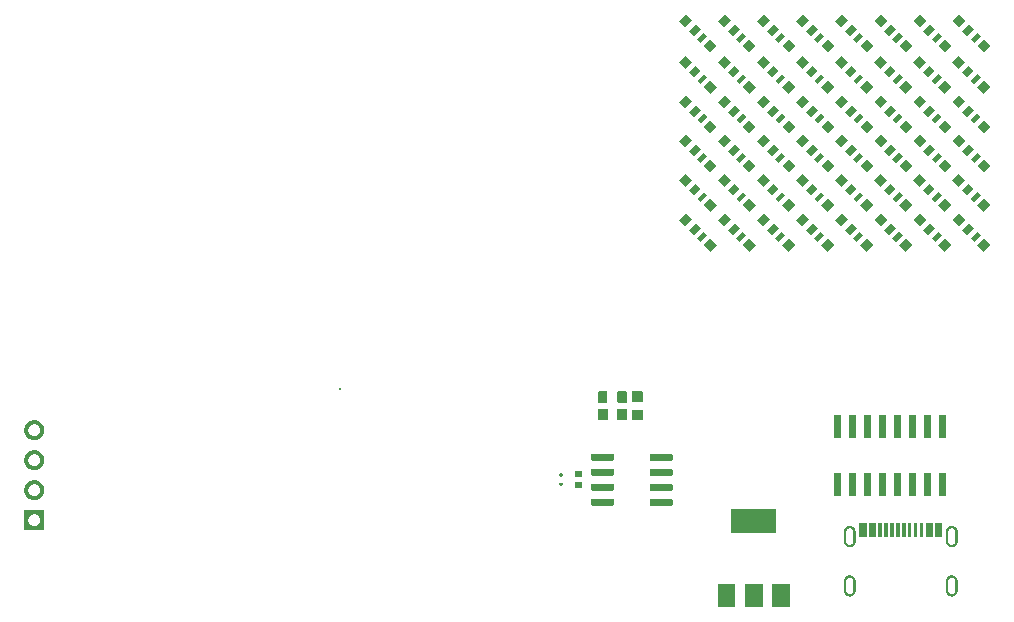
<source format=gbr>
%TF.GenerationSoftware,Flux,Pcbnew,7.0.11-7.0.11~ubuntu20.04.1*%
%TF.CreationDate,2024-08-15T16:12:26+00:00*%
%TF.ProjectId,input,696e7075-742e-46b6-9963-61645f706362,rev?*%
%TF.SameCoordinates,Original*%
%TF.FileFunction,Soldermask,Top*%
%TF.FilePolarity,Negative*%
%FSLAX46Y46*%
G04 Gerber Fmt 4.6, Leading zero omitted, Abs format (unit mm)*
G04 Filename: businesscardpcb*
G04 Build it with Flux! Visit our site at: https://www.flux.ai (PCBNEW 7.0.11-7.0.11~ubuntu20.04.1) date 2024-08-15 16:12:26*
%MOMM*%
%LPD*%
G01*
G04 APERTURE LIST*
G04 APERTURE END LIST*
%TO.C,*%
G36*
X-14940100Y-7684100D02*
G01*
X-15090100Y-7684100D01*
X-15090100Y-7534100D01*
X-14940100Y-7534100D01*
X-14940100Y-7684100D01*
G37*
G36*
X25991437Y18809505D02*
G01*
X25425751Y18243820D01*
X25142908Y18526663D01*
X25708594Y19092348D01*
X25991437Y18809505D01*
G37*
G36*
X24697434Y20103513D02*
G01*
X24131748Y19537828D01*
X23601418Y20068158D01*
X24167104Y20633843D01*
X24697434Y20103513D01*
G37*
G36*
X25439894Y19361050D02*
G01*
X24874209Y18795364D01*
X24449945Y19219628D01*
X25015630Y19785314D01*
X25439894Y19361050D01*
G37*
G36*
X26825821Y17975118D02*
G01*
X26260136Y17409433D01*
X25694450Y17975118D01*
X26260136Y18540803D01*
X26825821Y17975118D01*
G37*
G36*
X3699393Y-15509529D02*
G01*
X3706720Y-15510251D01*
X3714003Y-15511331D01*
X3721224Y-15512767D01*
X3728366Y-15514556D01*
X3735411Y-15516693D01*
X3742343Y-15519174D01*
X3749145Y-15521991D01*
X3755800Y-15525139D01*
X3762293Y-15528610D01*
X3768608Y-15532395D01*
X3774730Y-15536485D01*
X3780643Y-15540871D01*
X3786335Y-15545541D01*
X3791790Y-15550486D01*
X3796996Y-15555692D01*
X3801940Y-15561147D01*
X3806611Y-15566838D01*
X3810996Y-15572751D01*
X3815087Y-15578873D01*
X3818872Y-15585188D01*
X3822342Y-15591681D01*
X3825490Y-15598337D01*
X3828308Y-15605138D01*
X3830788Y-15612070D01*
X3832925Y-15619116D01*
X3834714Y-15626258D01*
X3836150Y-15633478D01*
X3837231Y-15640761D01*
X3837952Y-15648088D01*
X3838314Y-15655442D01*
X3838314Y-15662804D01*
X3837952Y-15670157D01*
X3837231Y-15677484D01*
X3836150Y-15684767D01*
X3834714Y-15691988D01*
X3832925Y-15699130D01*
X3830788Y-15706175D01*
X3828308Y-15713107D01*
X3825490Y-15719909D01*
X3822342Y-15726564D01*
X3818872Y-15733057D01*
X3815087Y-15739372D01*
X3810996Y-15745494D01*
X3806611Y-15751407D01*
X3801940Y-15757099D01*
X3796996Y-15762554D01*
X3791790Y-15767760D01*
X3786335Y-15772704D01*
X3780643Y-15777375D01*
X3774730Y-15781760D01*
X3768608Y-15785851D01*
X3762293Y-15789636D01*
X3755800Y-15793106D01*
X3749145Y-15796254D01*
X3742343Y-15799072D01*
X3735411Y-15801552D01*
X3728366Y-15803689D01*
X3721224Y-15805478D01*
X3714003Y-15806914D01*
X3706720Y-15807995D01*
X3699393Y-15808716D01*
X3692040Y-15809078D01*
X3684678Y-15809078D01*
X3677324Y-15808716D01*
X3669997Y-15807995D01*
X3662714Y-15806914D01*
X3655494Y-15805478D01*
X3648352Y-15803689D01*
X3641306Y-15801552D01*
X3634374Y-15799072D01*
X3627573Y-15796254D01*
X3620917Y-15793106D01*
X3614424Y-15789636D01*
X3608109Y-15785851D01*
X3601987Y-15781760D01*
X3596074Y-15777375D01*
X3590383Y-15772704D01*
X3584928Y-15767760D01*
X3579722Y-15762554D01*
X3574777Y-15757099D01*
X3570107Y-15751407D01*
X3565721Y-15745494D01*
X3561631Y-15739372D01*
X3557846Y-15733057D01*
X3554375Y-15726564D01*
X3551227Y-15719909D01*
X3548410Y-15713107D01*
X3545929Y-15706175D01*
X3543792Y-15699130D01*
X3542003Y-15691988D01*
X3540567Y-15684767D01*
X3539487Y-15677484D01*
X3538765Y-15670157D01*
X3538404Y-15662804D01*
X3538404Y-15655442D01*
X3538765Y-15648088D01*
X3539487Y-15640761D01*
X3540567Y-15633478D01*
X3542003Y-15626258D01*
X3543792Y-15619116D01*
X3545929Y-15612070D01*
X3548410Y-15605138D01*
X3551227Y-15598337D01*
X3554375Y-15591681D01*
X3557846Y-15585188D01*
X3561631Y-15578873D01*
X3565721Y-15572751D01*
X3570107Y-15566838D01*
X3574777Y-15561147D01*
X3579722Y-15555692D01*
X3584928Y-15550486D01*
X3590383Y-15545541D01*
X3596074Y-15540871D01*
X3601987Y-15536485D01*
X3608109Y-15532395D01*
X3614424Y-15528610D01*
X3620917Y-15525139D01*
X3627573Y-15521991D01*
X3634374Y-15519174D01*
X3641306Y-15516693D01*
X3648352Y-15514556D01*
X3655494Y-15512767D01*
X3662714Y-15511331D01*
X3669997Y-15510251D01*
X3677324Y-15509529D01*
X3684678Y-15509168D01*
X3692040Y-15509168D01*
X3699393Y-15509529D01*
G37*
G36*
X3699391Y-14728529D02*
G01*
X3706717Y-14729251D01*
X3714000Y-14730331D01*
X3721221Y-14731767D01*
X3728363Y-14733556D01*
X3735408Y-14735693D01*
X3742340Y-14738174D01*
X3749142Y-14740991D01*
X3755798Y-14744139D01*
X3762291Y-14747610D01*
X3768605Y-14751395D01*
X3774727Y-14755485D01*
X3780641Y-14759871D01*
X3786332Y-14764541D01*
X3791787Y-14769486D01*
X3796993Y-14774692D01*
X3801937Y-14780147D01*
X3806608Y-14785838D01*
X3810994Y-14791751D01*
X3815084Y-14797873D01*
X3818869Y-14804188D01*
X3822339Y-14810681D01*
X3825487Y-14817337D01*
X3828305Y-14824138D01*
X3830785Y-14831070D01*
X3832922Y-14838116D01*
X3834711Y-14845258D01*
X3836147Y-14852478D01*
X3837228Y-14859761D01*
X3837949Y-14867088D01*
X3838311Y-14874442D01*
X3838311Y-14881804D01*
X3837949Y-14889157D01*
X3837228Y-14896484D01*
X3836147Y-14903767D01*
X3834711Y-14910988D01*
X3832922Y-14918130D01*
X3830785Y-14925175D01*
X3828305Y-14932107D01*
X3825487Y-14938909D01*
X3822339Y-14945564D01*
X3818869Y-14952057D01*
X3815084Y-14958372D01*
X3810994Y-14964494D01*
X3806608Y-14970407D01*
X3801937Y-14976099D01*
X3796993Y-14981554D01*
X3791787Y-14986760D01*
X3786332Y-14991704D01*
X3780641Y-14996375D01*
X3774727Y-15000760D01*
X3768605Y-15004851D01*
X3762291Y-15008636D01*
X3755798Y-15012106D01*
X3749142Y-15015254D01*
X3742340Y-15018072D01*
X3735408Y-15020552D01*
X3728363Y-15022689D01*
X3721221Y-15024478D01*
X3714000Y-15025914D01*
X3706717Y-15026995D01*
X3699391Y-15027716D01*
X3692037Y-15028078D01*
X3684675Y-15028078D01*
X3677321Y-15027716D01*
X3669994Y-15026995D01*
X3662712Y-15025914D01*
X3655491Y-15024478D01*
X3648349Y-15022689D01*
X3641304Y-15020552D01*
X3634372Y-15018072D01*
X3627570Y-15015254D01*
X3620914Y-15012106D01*
X3614421Y-15008636D01*
X3608106Y-15004851D01*
X3601985Y-15000760D01*
X3596071Y-14996375D01*
X3590380Y-14991704D01*
X3584925Y-14986760D01*
X3579719Y-14981554D01*
X3574775Y-14976099D01*
X3570104Y-14970407D01*
X3565718Y-14964494D01*
X3561628Y-14958372D01*
X3557843Y-14952057D01*
X3554372Y-14945564D01*
X3551224Y-14938909D01*
X3548407Y-14932107D01*
X3545927Y-14925175D01*
X3543789Y-14918130D01*
X3542001Y-14910988D01*
X3540564Y-14903767D01*
X3539484Y-14896484D01*
X3538762Y-14889157D01*
X3538401Y-14881804D01*
X3538401Y-14874442D01*
X3538762Y-14867088D01*
X3539484Y-14859761D01*
X3540564Y-14852478D01*
X3542001Y-14845258D01*
X3543789Y-14838116D01*
X3545927Y-14831070D01*
X3548407Y-14824138D01*
X3551224Y-14817337D01*
X3554372Y-14810681D01*
X3557843Y-14804188D01*
X3561628Y-14797873D01*
X3565718Y-14791751D01*
X3570104Y-14785838D01*
X3574775Y-14780147D01*
X3579719Y-14774692D01*
X3584925Y-14769486D01*
X3590380Y-14764541D01*
X3596071Y-14759871D01*
X3601985Y-14755485D01*
X3608106Y-14751395D01*
X3614421Y-14747610D01*
X3620914Y-14744139D01*
X3627570Y-14740991D01*
X3634372Y-14738174D01*
X3641304Y-14735693D01*
X3648349Y-14733556D01*
X3655491Y-14731767D01*
X3662712Y-14730331D01*
X3669994Y-14729251D01*
X3677321Y-14728529D01*
X3684675Y-14728168D01*
X3692037Y-14728168D01*
X3699391Y-14728529D01*
G37*
G36*
X9194557Y-7798652D02*
G01*
X9199193Y-7799109D01*
X9203790Y-7799868D01*
X9208328Y-7800926D01*
X9212786Y-7802279D01*
X9217147Y-7803920D01*
X9221391Y-7805843D01*
X9225500Y-7808039D01*
X9229457Y-7810499D01*
X9233244Y-7813213D01*
X9236845Y-7816169D01*
X9240246Y-7819354D01*
X9243431Y-7822755D01*
X9246387Y-7826356D01*
X9249101Y-7830143D01*
X9251561Y-7834100D01*
X9253757Y-7838209D01*
X9255680Y-7842453D01*
X9257321Y-7846814D01*
X9258674Y-7851272D01*
X9259732Y-7855810D01*
X9260491Y-7860407D01*
X9260948Y-7865043D01*
X9261100Y-7869700D01*
X9261100Y-8677300D01*
X9260948Y-8681957D01*
X9260491Y-8686593D01*
X9259732Y-8691190D01*
X9258674Y-8695728D01*
X9257321Y-8700186D01*
X9255680Y-8704547D01*
X9253757Y-8708791D01*
X9251561Y-8712900D01*
X9249101Y-8716857D01*
X9246387Y-8720644D01*
X9243431Y-8724245D01*
X9240246Y-8727646D01*
X9236845Y-8730831D01*
X9233244Y-8733787D01*
X9229457Y-8736501D01*
X9225500Y-8738961D01*
X9221391Y-8741157D01*
X9217147Y-8743080D01*
X9212786Y-8744721D01*
X9208328Y-8746074D01*
X9203790Y-8747132D01*
X9199193Y-8747891D01*
X9194557Y-8748348D01*
X9189900Y-8748500D01*
X8532300Y-8748500D01*
X8527643Y-8748348D01*
X8523007Y-8747891D01*
X8518410Y-8747132D01*
X8513872Y-8746074D01*
X8509414Y-8744721D01*
X8505053Y-8743080D01*
X8500809Y-8741157D01*
X8496700Y-8738961D01*
X8492743Y-8736501D01*
X8488956Y-8733787D01*
X8485355Y-8730831D01*
X8481954Y-8727646D01*
X8478769Y-8724245D01*
X8475813Y-8720644D01*
X8473099Y-8716857D01*
X8470639Y-8712900D01*
X8468443Y-8708791D01*
X8466520Y-8704547D01*
X8464879Y-8700186D01*
X8463526Y-8695728D01*
X8462468Y-8691190D01*
X8461709Y-8686593D01*
X8461252Y-8681957D01*
X8461100Y-8677300D01*
X8461100Y-7869700D01*
X8461252Y-7865043D01*
X8461709Y-7860407D01*
X8462468Y-7855810D01*
X8463526Y-7851272D01*
X8464879Y-7846814D01*
X8466520Y-7842453D01*
X8468443Y-7838209D01*
X8470639Y-7834100D01*
X8473099Y-7830143D01*
X8475813Y-7826356D01*
X8478769Y-7822755D01*
X8481954Y-7819354D01*
X8485355Y-7816169D01*
X8488956Y-7813213D01*
X8492743Y-7810499D01*
X8496700Y-7808039D01*
X8500809Y-7805843D01*
X8505053Y-7803920D01*
X8509414Y-7802279D01*
X8513872Y-7800926D01*
X8518410Y-7799868D01*
X8523007Y-7799109D01*
X8527643Y-7798652D01*
X8532300Y-7798500D01*
X9189900Y-7798500D01*
X9194557Y-7798652D01*
G37*
G36*
X7544557Y-7798652D02*
G01*
X7549193Y-7799109D01*
X7553790Y-7799868D01*
X7558328Y-7800926D01*
X7562786Y-7802279D01*
X7567147Y-7803920D01*
X7571391Y-7805843D01*
X7575500Y-7808039D01*
X7579457Y-7810499D01*
X7583244Y-7813213D01*
X7586845Y-7816169D01*
X7590246Y-7819354D01*
X7593431Y-7822755D01*
X7596387Y-7826356D01*
X7599101Y-7830143D01*
X7601561Y-7834100D01*
X7603757Y-7838209D01*
X7605680Y-7842453D01*
X7607321Y-7846814D01*
X7608674Y-7851272D01*
X7609732Y-7855810D01*
X7610491Y-7860407D01*
X7610948Y-7865043D01*
X7611100Y-7869700D01*
X7611100Y-8677300D01*
X7610948Y-8681957D01*
X7610491Y-8686593D01*
X7609732Y-8691190D01*
X7608674Y-8695728D01*
X7607321Y-8700186D01*
X7605680Y-8704547D01*
X7603757Y-8708791D01*
X7601561Y-8712900D01*
X7599101Y-8716857D01*
X7596387Y-8720644D01*
X7593431Y-8724245D01*
X7590246Y-8727646D01*
X7586845Y-8730831D01*
X7583244Y-8733787D01*
X7579457Y-8736501D01*
X7575500Y-8738961D01*
X7571391Y-8741157D01*
X7567147Y-8743080D01*
X7562786Y-8744721D01*
X7558328Y-8746074D01*
X7553790Y-8747132D01*
X7549193Y-8747891D01*
X7544557Y-8748348D01*
X7539900Y-8748500D01*
X6882300Y-8748500D01*
X6877643Y-8748348D01*
X6873007Y-8747891D01*
X6868410Y-8747132D01*
X6863872Y-8746074D01*
X6859414Y-8744721D01*
X6855053Y-8743080D01*
X6850809Y-8741157D01*
X6846700Y-8738961D01*
X6842743Y-8736501D01*
X6838956Y-8733787D01*
X6835355Y-8730831D01*
X6831954Y-8727646D01*
X6828769Y-8724245D01*
X6825813Y-8720644D01*
X6823099Y-8716857D01*
X6820639Y-8712900D01*
X6818443Y-8708791D01*
X6816520Y-8704547D01*
X6814879Y-8700186D01*
X6813526Y-8695728D01*
X6812468Y-8691190D01*
X6811709Y-8686593D01*
X6811252Y-8681957D01*
X6811100Y-8677300D01*
X6811100Y-7869700D01*
X6811252Y-7865043D01*
X6811709Y-7860407D01*
X6812468Y-7855810D01*
X6813526Y-7851272D01*
X6814879Y-7846814D01*
X6816520Y-7842453D01*
X6818443Y-7838209D01*
X6820639Y-7834100D01*
X6823099Y-7830143D01*
X6825813Y-7826356D01*
X6828769Y-7822755D01*
X6831954Y-7819354D01*
X6835355Y-7816169D01*
X6838956Y-7813213D01*
X6842743Y-7810499D01*
X6846700Y-7808039D01*
X6850809Y-7805843D01*
X6855053Y-7803920D01*
X6859414Y-7802279D01*
X6863872Y-7800926D01*
X6868410Y-7799868D01*
X6873007Y-7799109D01*
X6877643Y-7798652D01*
X6882300Y-7798500D01*
X7539900Y-7798500D01*
X7544557Y-7798652D01*
G37*
G36*
X22685037Y18809505D02*
G01*
X22119351Y18243820D01*
X21836508Y18526663D01*
X22402194Y19092348D01*
X22685037Y18809505D01*
G37*
G36*
X21391034Y20103513D02*
G01*
X20825348Y19537828D01*
X20295018Y20068158D01*
X20860704Y20633843D01*
X21391034Y20103513D01*
G37*
G36*
X22133494Y19361050D02*
G01*
X21567809Y18795364D01*
X21143545Y19219628D01*
X21709230Y19785314D01*
X22133494Y19361050D01*
G37*
G36*
X23519421Y17975118D02*
G01*
X22953736Y17409433D01*
X22388050Y17975118D01*
X22953736Y18540803D01*
X23519421Y17975118D01*
G37*
G36*
X29297737Y22312105D02*
G01*
X28732051Y21746420D01*
X28449208Y22029263D01*
X29014894Y22594948D01*
X29297737Y22312105D01*
G37*
G36*
X28003734Y23606113D02*
G01*
X27438048Y23040428D01*
X26907718Y23570758D01*
X27473404Y24136443D01*
X28003734Y23606113D01*
G37*
G36*
X28746194Y22863650D02*
G01*
X28180509Y22297964D01*
X27756245Y22722228D01*
X28321930Y23287914D01*
X28746194Y22863650D01*
G37*
G36*
X30132121Y21477718D02*
G01*
X29566436Y20912033D01*
X29000750Y21477718D01*
X29566436Y22043403D01*
X30132121Y21477718D01*
G37*
G36*
X-40061800Y-17838300D02*
G01*
X-40061800Y-19538300D01*
X-41761800Y-19538300D01*
X-41761800Y-18700571D01*
X-41411649Y-18700571D01*
X-41410445Y-18725082D01*
X-41408040Y-18749505D01*
X-41404439Y-18773781D01*
X-41399651Y-18797851D01*
X-41393688Y-18821656D01*
X-41386564Y-18845141D01*
X-41378296Y-18868248D01*
X-41368905Y-18890921D01*
X-41358412Y-18913106D01*
X-41346843Y-18934749D01*
X-41334227Y-18955799D01*
X-41320592Y-18976204D01*
X-41305973Y-18995916D01*
X-41290404Y-19014886D01*
X-41273924Y-19033070D01*
X-41256570Y-19050424D01*
X-41238386Y-19066904D01*
X-41219416Y-19082473D01*
X-41199704Y-19097092D01*
X-41179299Y-19110727D01*
X-41158249Y-19123343D01*
X-41136606Y-19134912D01*
X-41114421Y-19145405D01*
X-41091748Y-19154796D01*
X-41068641Y-19163064D01*
X-41045156Y-19170188D01*
X-41021351Y-19176151D01*
X-40997281Y-19180939D01*
X-40973005Y-19184540D01*
X-40948582Y-19186945D01*
X-40924071Y-19188149D01*
X-40899529Y-19188149D01*
X-40875018Y-19186945D01*
X-40850595Y-19184540D01*
X-40826319Y-19180939D01*
X-40802249Y-19176151D01*
X-40778444Y-19170188D01*
X-40754959Y-19163064D01*
X-40731852Y-19154796D01*
X-40709179Y-19145405D01*
X-40686994Y-19134912D01*
X-40665351Y-19123343D01*
X-40644301Y-19110727D01*
X-40623896Y-19097092D01*
X-40604184Y-19082473D01*
X-40585214Y-19066904D01*
X-40567030Y-19050424D01*
X-40549676Y-19033070D01*
X-40533196Y-19014886D01*
X-40517627Y-18995916D01*
X-40503008Y-18976204D01*
X-40489373Y-18955799D01*
X-40476757Y-18934749D01*
X-40465188Y-18913106D01*
X-40454695Y-18890921D01*
X-40445304Y-18868248D01*
X-40437036Y-18845141D01*
X-40429912Y-18821656D01*
X-40423949Y-18797851D01*
X-40419161Y-18773781D01*
X-40415560Y-18749505D01*
X-40413155Y-18725082D01*
X-40411951Y-18700571D01*
X-40411951Y-18676029D01*
X-40413155Y-18651518D01*
X-40415560Y-18627095D01*
X-40419161Y-18602819D01*
X-40423949Y-18578749D01*
X-40429912Y-18554944D01*
X-40437036Y-18531459D01*
X-40445304Y-18508352D01*
X-40454695Y-18485679D01*
X-40458533Y-18477563D01*
X-40465188Y-18463494D01*
X-40476757Y-18441851D01*
X-40489373Y-18420801D01*
X-40503008Y-18400396D01*
X-40517627Y-18380684D01*
X-40533196Y-18361714D01*
X-40549676Y-18343530D01*
X-40567030Y-18326176D01*
X-40585214Y-18309696D01*
X-40604184Y-18294127D01*
X-40623896Y-18279508D01*
X-40644301Y-18265873D01*
X-40665351Y-18253257D01*
X-40686994Y-18241688D01*
X-40709179Y-18231195D01*
X-40731852Y-18221804D01*
X-40754959Y-18213536D01*
X-40778444Y-18206412D01*
X-40802249Y-18200449D01*
X-40826319Y-18195661D01*
X-40850595Y-18192060D01*
X-40875018Y-18189655D01*
X-40899529Y-18188451D01*
X-40924071Y-18188451D01*
X-40948582Y-18189655D01*
X-40973005Y-18192060D01*
X-40997281Y-18195661D01*
X-41021351Y-18200449D01*
X-41045156Y-18206412D01*
X-41068641Y-18213536D01*
X-41091748Y-18221804D01*
X-41114421Y-18231195D01*
X-41136606Y-18241688D01*
X-41158249Y-18253257D01*
X-41179299Y-18265873D01*
X-41199704Y-18279508D01*
X-41219416Y-18294127D01*
X-41238386Y-18309696D01*
X-41256570Y-18326176D01*
X-41273924Y-18343530D01*
X-41290404Y-18361714D01*
X-41305973Y-18380684D01*
X-41320592Y-18400396D01*
X-41334227Y-18420801D01*
X-41346843Y-18441851D01*
X-41358412Y-18463494D01*
X-41368905Y-18485679D01*
X-41378296Y-18508352D01*
X-41386564Y-18531459D01*
X-41393688Y-18554944D01*
X-41399651Y-18578749D01*
X-41404439Y-18602819D01*
X-41408040Y-18627095D01*
X-41410445Y-18651518D01*
X-41411649Y-18676029D01*
X-41411649Y-18700571D01*
X-41761800Y-18700571D01*
X-41761800Y-17838300D01*
X-40061800Y-17838300D01*
G37*
G36*
X-40849250Y-10220603D02*
G01*
X-40807731Y-10224692D01*
X-40766462Y-10230814D01*
X-40725544Y-10238953D01*
X-40685074Y-10249090D01*
X-40645150Y-10261201D01*
X-40605869Y-10275256D01*
X-40567325Y-10291222D01*
X-40529610Y-10309059D01*
X-40492816Y-10328726D01*
X-40457032Y-10350174D01*
X-40422343Y-10373353D01*
X-40388833Y-10398206D01*
X-40356583Y-10424672D01*
X-40325670Y-10452690D01*
X-40296170Y-10482191D01*
X-40268152Y-10513103D01*
X-40241685Y-10545353D01*
X-40216833Y-10578863D01*
X-40193654Y-10613552D01*
X-40172206Y-10649337D01*
X-40152539Y-10686130D01*
X-40134701Y-10723845D01*
X-40118736Y-10762389D01*
X-40104681Y-10801671D01*
X-40092570Y-10841594D01*
X-40082433Y-10882064D01*
X-40074294Y-10922982D01*
X-40068172Y-10964251D01*
X-40064083Y-11005770D01*
X-40062036Y-11047440D01*
X-40062036Y-11089160D01*
X-40064083Y-11130830D01*
X-40068172Y-11172349D01*
X-40074294Y-11213618D01*
X-40082433Y-11254536D01*
X-40092570Y-11295006D01*
X-40104681Y-11334929D01*
X-40118736Y-11374211D01*
X-40134701Y-11412755D01*
X-40152539Y-11450470D01*
X-40172206Y-11487263D01*
X-40193654Y-11523048D01*
X-40216833Y-11557737D01*
X-40241685Y-11591247D01*
X-40268152Y-11623497D01*
X-40296170Y-11654409D01*
X-40325670Y-11683910D01*
X-40356583Y-11711928D01*
X-40388833Y-11738394D01*
X-40422343Y-11763247D01*
X-40457032Y-11786426D01*
X-40492816Y-11807874D01*
X-40529610Y-11827541D01*
X-40567325Y-11845378D01*
X-40605869Y-11861344D01*
X-40645150Y-11875399D01*
X-40685074Y-11887510D01*
X-40725544Y-11897647D01*
X-40766462Y-11905786D01*
X-40807731Y-11911908D01*
X-40849250Y-11915997D01*
X-40890920Y-11918044D01*
X-40932640Y-11918044D01*
X-40974310Y-11915997D01*
X-41015829Y-11911908D01*
X-41057097Y-11905786D01*
X-41098016Y-11897647D01*
X-41138486Y-11887510D01*
X-41178409Y-11875399D01*
X-41217691Y-11861344D01*
X-41256235Y-11845378D01*
X-41293949Y-11827541D01*
X-41330743Y-11807874D01*
X-41366528Y-11786426D01*
X-41401217Y-11763247D01*
X-41434727Y-11738394D01*
X-41466977Y-11711928D01*
X-41497889Y-11683910D01*
X-41527390Y-11654409D01*
X-41555407Y-11623497D01*
X-41581874Y-11591247D01*
X-41606727Y-11557737D01*
X-41629905Y-11523048D01*
X-41651354Y-11487263D01*
X-41671020Y-11450470D01*
X-41688858Y-11412755D01*
X-41704824Y-11374211D01*
X-41718879Y-11334929D01*
X-41730989Y-11295006D01*
X-41741127Y-11254536D01*
X-41749266Y-11213618D01*
X-41755387Y-11172349D01*
X-41759477Y-11130830D01*
X-41761524Y-11089160D01*
X-41761524Y-11080571D01*
X-41411629Y-11080571D01*
X-41410425Y-11105082D01*
X-41408020Y-11129505D01*
X-41404419Y-11153781D01*
X-41399631Y-11177851D01*
X-41393668Y-11201656D01*
X-41386544Y-11225141D01*
X-41378276Y-11248248D01*
X-41368885Y-11270921D01*
X-41358392Y-11293106D01*
X-41346823Y-11314749D01*
X-41334207Y-11335799D01*
X-41320572Y-11356204D01*
X-41305953Y-11375916D01*
X-41290384Y-11394886D01*
X-41273903Y-11413070D01*
X-41256550Y-11430424D01*
X-41238366Y-11446904D01*
X-41219396Y-11462473D01*
X-41199684Y-11477092D01*
X-41179279Y-11490727D01*
X-41158229Y-11503343D01*
X-41136585Y-11514912D01*
X-41114400Y-11525405D01*
X-41091727Y-11534796D01*
X-41068621Y-11543064D01*
X-41045136Y-11550188D01*
X-41021330Y-11556151D01*
X-40997261Y-11560939D01*
X-40972985Y-11564540D01*
X-40948562Y-11566945D01*
X-40924050Y-11568149D01*
X-40899509Y-11568149D01*
X-40874997Y-11566945D01*
X-40850574Y-11564540D01*
X-40826299Y-11560939D01*
X-40802229Y-11556151D01*
X-40778423Y-11550188D01*
X-40754939Y-11543064D01*
X-40731832Y-11534796D01*
X-40709159Y-11525405D01*
X-40686974Y-11514912D01*
X-40665331Y-11503343D01*
X-40644281Y-11490727D01*
X-40623876Y-11477092D01*
X-40604164Y-11462473D01*
X-40585193Y-11446904D01*
X-40567010Y-11430424D01*
X-40549656Y-11413070D01*
X-40533175Y-11394886D01*
X-40517607Y-11375916D01*
X-40502987Y-11356204D01*
X-40489353Y-11335799D01*
X-40476736Y-11314749D01*
X-40465168Y-11293106D01*
X-40454675Y-11270921D01*
X-40445283Y-11248248D01*
X-40437016Y-11225141D01*
X-40429892Y-11201656D01*
X-40423929Y-11177851D01*
X-40419141Y-11153781D01*
X-40415540Y-11129505D01*
X-40413135Y-11105082D01*
X-40411930Y-11080571D01*
X-40411930Y-11056029D01*
X-40413135Y-11031518D01*
X-40415540Y-11007095D01*
X-40419141Y-10982819D01*
X-40423929Y-10958749D01*
X-40429892Y-10934944D01*
X-40437016Y-10911459D01*
X-40445283Y-10888352D01*
X-40454675Y-10865679D01*
X-40465168Y-10843494D01*
X-40476736Y-10821851D01*
X-40489353Y-10800801D01*
X-40502987Y-10780396D01*
X-40517607Y-10760684D01*
X-40533175Y-10741714D01*
X-40549656Y-10723530D01*
X-40567010Y-10706176D01*
X-40585193Y-10689696D01*
X-40604164Y-10674127D01*
X-40623876Y-10659508D01*
X-40644281Y-10645873D01*
X-40665331Y-10633257D01*
X-40686974Y-10621688D01*
X-40709159Y-10611195D01*
X-40731832Y-10601804D01*
X-40754939Y-10593536D01*
X-40778423Y-10586412D01*
X-40802229Y-10580449D01*
X-40826299Y-10575661D01*
X-40850574Y-10572060D01*
X-40874997Y-10569655D01*
X-40899509Y-10568451D01*
X-40924050Y-10568451D01*
X-40948562Y-10569655D01*
X-40972985Y-10572060D01*
X-40997261Y-10575661D01*
X-41021330Y-10580449D01*
X-41045136Y-10586412D01*
X-41068621Y-10593536D01*
X-41091727Y-10601804D01*
X-41114400Y-10611195D01*
X-41136585Y-10621688D01*
X-41158229Y-10633257D01*
X-41179279Y-10645873D01*
X-41199684Y-10659508D01*
X-41219396Y-10674127D01*
X-41238366Y-10689696D01*
X-41256550Y-10706176D01*
X-41273903Y-10723530D01*
X-41290384Y-10741714D01*
X-41305953Y-10760684D01*
X-41320572Y-10780396D01*
X-41334207Y-10800801D01*
X-41346823Y-10821851D01*
X-41358392Y-10843494D01*
X-41368885Y-10865679D01*
X-41378276Y-10888352D01*
X-41386544Y-10911459D01*
X-41393668Y-10934944D01*
X-41399631Y-10958749D01*
X-41404419Y-10982819D01*
X-41408020Y-11007095D01*
X-41410425Y-11031518D01*
X-41411629Y-11056029D01*
X-41411629Y-11080571D01*
X-41761524Y-11080571D01*
X-41761524Y-11047440D01*
X-41759477Y-11005770D01*
X-41755387Y-10964251D01*
X-41749266Y-10922982D01*
X-41741127Y-10882064D01*
X-41730989Y-10841594D01*
X-41718879Y-10801671D01*
X-41704824Y-10762389D01*
X-41688858Y-10723845D01*
X-41671020Y-10686130D01*
X-41651354Y-10649337D01*
X-41629905Y-10613552D01*
X-41606727Y-10578863D01*
X-41581874Y-10545353D01*
X-41555407Y-10513103D01*
X-41527390Y-10482191D01*
X-41497889Y-10452690D01*
X-41466977Y-10424672D01*
X-41434727Y-10398206D01*
X-41401217Y-10373353D01*
X-41366528Y-10350174D01*
X-41330743Y-10328726D01*
X-41293949Y-10309059D01*
X-41256235Y-10291222D01*
X-41217691Y-10275256D01*
X-41178409Y-10261201D01*
X-41138486Y-10249090D01*
X-41098016Y-10238953D01*
X-41057097Y-10230814D01*
X-41015829Y-10224692D01*
X-40974310Y-10220603D01*
X-40932640Y-10218556D01*
X-40890920Y-10218556D01*
X-40849250Y-10220603D01*
G37*
G36*
X-40849263Y-15300603D02*
G01*
X-40807744Y-15304692D01*
X-40766476Y-15310814D01*
X-40725557Y-15318953D01*
X-40685087Y-15329090D01*
X-40645164Y-15341201D01*
X-40605882Y-15355256D01*
X-40567338Y-15371222D01*
X-40529624Y-15389059D01*
X-40492830Y-15408726D01*
X-40457045Y-15430174D01*
X-40422356Y-15453353D01*
X-40388846Y-15478206D01*
X-40356596Y-15504672D01*
X-40325684Y-15532690D01*
X-40296183Y-15562191D01*
X-40268166Y-15593103D01*
X-40241699Y-15625353D01*
X-40216846Y-15658863D01*
X-40193668Y-15693552D01*
X-40172219Y-15729337D01*
X-40152553Y-15766130D01*
X-40134715Y-15803845D01*
X-40118749Y-15842389D01*
X-40104694Y-15881671D01*
X-40092584Y-15921594D01*
X-40082446Y-15962064D01*
X-40074307Y-16002982D01*
X-40068186Y-16044251D01*
X-40064096Y-16085770D01*
X-40062049Y-16127440D01*
X-40062049Y-16169160D01*
X-40064096Y-16210830D01*
X-40068186Y-16252349D01*
X-40074307Y-16293618D01*
X-40082446Y-16334536D01*
X-40092584Y-16375006D01*
X-40104694Y-16414929D01*
X-40118749Y-16454211D01*
X-40134715Y-16492755D01*
X-40152553Y-16530470D01*
X-40172219Y-16567263D01*
X-40193668Y-16603048D01*
X-40216846Y-16637737D01*
X-40241699Y-16671247D01*
X-40268166Y-16703497D01*
X-40296183Y-16734409D01*
X-40325684Y-16763910D01*
X-40356596Y-16791928D01*
X-40388846Y-16818394D01*
X-40422356Y-16843247D01*
X-40457045Y-16866426D01*
X-40492830Y-16887874D01*
X-40529624Y-16907541D01*
X-40567338Y-16925378D01*
X-40605882Y-16941344D01*
X-40645164Y-16955399D01*
X-40685087Y-16967510D01*
X-40725557Y-16977647D01*
X-40766476Y-16985786D01*
X-40807744Y-16991908D01*
X-40849263Y-16995997D01*
X-40890933Y-16998044D01*
X-40932653Y-16998044D01*
X-40974323Y-16995997D01*
X-41015842Y-16991908D01*
X-41057111Y-16985786D01*
X-41098029Y-16977647D01*
X-41138499Y-16967510D01*
X-41178423Y-16955399D01*
X-41217704Y-16941344D01*
X-41256248Y-16925378D01*
X-41293963Y-16907541D01*
X-41330757Y-16887874D01*
X-41366541Y-16866426D01*
X-41401230Y-16843247D01*
X-41434740Y-16818394D01*
X-41466990Y-16791928D01*
X-41497903Y-16763910D01*
X-41527403Y-16734409D01*
X-41555421Y-16703497D01*
X-41581888Y-16671247D01*
X-41606740Y-16637737D01*
X-41629919Y-16603048D01*
X-41651367Y-16567263D01*
X-41671034Y-16530470D01*
X-41688872Y-16492755D01*
X-41704837Y-16454211D01*
X-41718892Y-16414929D01*
X-41731003Y-16375006D01*
X-41741140Y-16334536D01*
X-41749279Y-16293618D01*
X-41755401Y-16252349D01*
X-41759490Y-16210830D01*
X-41761537Y-16169160D01*
X-41761537Y-16160571D01*
X-41411643Y-16160571D01*
X-41410438Y-16185082D01*
X-41408033Y-16209505D01*
X-41404432Y-16233781D01*
X-41399644Y-16257851D01*
X-41393681Y-16281656D01*
X-41386557Y-16305141D01*
X-41378290Y-16328248D01*
X-41368898Y-16350921D01*
X-41358405Y-16373106D01*
X-41346837Y-16394749D01*
X-41334220Y-16415799D01*
X-41320586Y-16436204D01*
X-41305966Y-16455916D01*
X-41290398Y-16474886D01*
X-41273917Y-16493070D01*
X-41256564Y-16510424D01*
X-41238380Y-16526904D01*
X-41219409Y-16542473D01*
X-41199697Y-16557092D01*
X-41179292Y-16570727D01*
X-41158242Y-16583343D01*
X-41136599Y-16594912D01*
X-41114414Y-16605405D01*
X-41091741Y-16614796D01*
X-41068634Y-16623064D01*
X-41045150Y-16630188D01*
X-41021344Y-16636151D01*
X-40997274Y-16640939D01*
X-40972999Y-16644540D01*
X-40948576Y-16646945D01*
X-40924064Y-16648149D01*
X-40899523Y-16648149D01*
X-40875011Y-16646945D01*
X-40850588Y-16644540D01*
X-40826312Y-16640939D01*
X-40802243Y-16636151D01*
X-40778437Y-16630188D01*
X-40754952Y-16623064D01*
X-40731846Y-16614796D01*
X-40709173Y-16605405D01*
X-40686988Y-16594912D01*
X-40665344Y-16583343D01*
X-40644294Y-16570727D01*
X-40623889Y-16557092D01*
X-40604177Y-16542473D01*
X-40585207Y-16526904D01*
X-40567023Y-16510424D01*
X-40549670Y-16493070D01*
X-40533189Y-16474886D01*
X-40517620Y-16455916D01*
X-40503001Y-16436204D01*
X-40489366Y-16415799D01*
X-40476750Y-16394749D01*
X-40465181Y-16373106D01*
X-40454688Y-16350921D01*
X-40445297Y-16328248D01*
X-40437029Y-16305141D01*
X-40429905Y-16281656D01*
X-40423942Y-16257851D01*
X-40419154Y-16233781D01*
X-40415553Y-16209505D01*
X-40413148Y-16185082D01*
X-40411944Y-16160571D01*
X-40411944Y-16136029D01*
X-40413148Y-16111518D01*
X-40415553Y-16087095D01*
X-40419154Y-16062819D01*
X-40423942Y-16038749D01*
X-40429905Y-16014944D01*
X-40437029Y-15991459D01*
X-40445297Y-15968352D01*
X-40454688Y-15945679D01*
X-40465181Y-15923494D01*
X-40476750Y-15901851D01*
X-40489366Y-15880801D01*
X-40503001Y-15860396D01*
X-40517620Y-15840684D01*
X-40533189Y-15821714D01*
X-40549670Y-15803530D01*
X-40567023Y-15786176D01*
X-40585207Y-15769696D01*
X-40604177Y-15754127D01*
X-40623889Y-15739508D01*
X-40644294Y-15725873D01*
X-40665344Y-15713257D01*
X-40686988Y-15701688D01*
X-40709173Y-15691195D01*
X-40731846Y-15681804D01*
X-40754952Y-15673536D01*
X-40778437Y-15666412D01*
X-40802243Y-15660449D01*
X-40826312Y-15655661D01*
X-40850588Y-15652060D01*
X-40875011Y-15649655D01*
X-40899523Y-15648451D01*
X-40924064Y-15648451D01*
X-40948576Y-15649655D01*
X-40972999Y-15652060D01*
X-40997274Y-15655661D01*
X-41021344Y-15660449D01*
X-41045150Y-15666412D01*
X-41068634Y-15673536D01*
X-41091741Y-15681804D01*
X-41114414Y-15691195D01*
X-41136599Y-15701688D01*
X-41158242Y-15713257D01*
X-41179292Y-15725873D01*
X-41199697Y-15739508D01*
X-41219409Y-15754127D01*
X-41238380Y-15769696D01*
X-41256564Y-15786176D01*
X-41273917Y-15803530D01*
X-41290398Y-15821714D01*
X-41305966Y-15840684D01*
X-41320586Y-15860396D01*
X-41334220Y-15880801D01*
X-41346837Y-15901851D01*
X-41358405Y-15923494D01*
X-41368898Y-15945679D01*
X-41378290Y-15968352D01*
X-41386557Y-15991459D01*
X-41393681Y-16014944D01*
X-41399644Y-16038749D01*
X-41404432Y-16062819D01*
X-41408033Y-16087095D01*
X-41410438Y-16111518D01*
X-41411643Y-16136029D01*
X-41411643Y-16160571D01*
X-41761537Y-16160571D01*
X-41761537Y-16127440D01*
X-41759490Y-16085770D01*
X-41755401Y-16044251D01*
X-41749279Y-16002982D01*
X-41741140Y-15962064D01*
X-41731003Y-15921594D01*
X-41718892Y-15881671D01*
X-41704837Y-15842389D01*
X-41688872Y-15803845D01*
X-41671034Y-15766130D01*
X-41651367Y-15729337D01*
X-41629919Y-15693552D01*
X-41606740Y-15658863D01*
X-41581888Y-15625353D01*
X-41555421Y-15593103D01*
X-41527403Y-15562191D01*
X-41497903Y-15532690D01*
X-41466990Y-15504672D01*
X-41434740Y-15478206D01*
X-41401230Y-15453353D01*
X-41366541Y-15430174D01*
X-41330757Y-15408726D01*
X-41293963Y-15389059D01*
X-41256248Y-15371222D01*
X-41217704Y-15355256D01*
X-41178423Y-15341201D01*
X-41138499Y-15329090D01*
X-41098029Y-15318953D01*
X-41057111Y-15310814D01*
X-41015842Y-15304692D01*
X-40974323Y-15300603D01*
X-40932653Y-15298556D01*
X-40890933Y-15298556D01*
X-40849263Y-15300603D01*
G37*
G36*
X-40849257Y-12760603D02*
G01*
X-40807737Y-12764692D01*
X-40766469Y-12770814D01*
X-40725550Y-12778953D01*
X-40685081Y-12789090D01*
X-40645157Y-12801201D01*
X-40605876Y-12815256D01*
X-40567331Y-12831222D01*
X-40529617Y-12849059D01*
X-40492823Y-12868726D01*
X-40457039Y-12890174D01*
X-40422350Y-12913353D01*
X-40388840Y-12938206D01*
X-40356590Y-12964672D01*
X-40325677Y-12992690D01*
X-40296176Y-13022191D01*
X-40268159Y-13053103D01*
X-40241692Y-13085353D01*
X-40216839Y-13118863D01*
X-40193661Y-13153552D01*
X-40172213Y-13189337D01*
X-40152546Y-13226130D01*
X-40134708Y-13263845D01*
X-40118743Y-13302389D01*
X-40104688Y-13341671D01*
X-40092577Y-13381594D01*
X-40082440Y-13422064D01*
X-40074301Y-13462982D01*
X-40068179Y-13504251D01*
X-40064090Y-13545770D01*
X-40062043Y-13587440D01*
X-40062043Y-13629160D01*
X-40064090Y-13670830D01*
X-40068179Y-13712349D01*
X-40074301Y-13753618D01*
X-40082440Y-13794536D01*
X-40092577Y-13835006D01*
X-40104688Y-13874929D01*
X-40118743Y-13914211D01*
X-40134708Y-13952755D01*
X-40152546Y-13990470D01*
X-40172213Y-14027263D01*
X-40193661Y-14063048D01*
X-40216839Y-14097737D01*
X-40241692Y-14131247D01*
X-40268159Y-14163497D01*
X-40296176Y-14194409D01*
X-40325677Y-14223910D01*
X-40356590Y-14251928D01*
X-40388840Y-14278394D01*
X-40422350Y-14303247D01*
X-40457039Y-14326426D01*
X-40492823Y-14347874D01*
X-40529617Y-14367541D01*
X-40567331Y-14385378D01*
X-40605876Y-14401344D01*
X-40645157Y-14415399D01*
X-40685081Y-14427510D01*
X-40725550Y-14437647D01*
X-40766469Y-14445786D01*
X-40807737Y-14451908D01*
X-40849257Y-14455997D01*
X-40890926Y-14458044D01*
X-40932647Y-14458044D01*
X-40974316Y-14455997D01*
X-41015836Y-14451908D01*
X-41057104Y-14445786D01*
X-41098023Y-14437647D01*
X-41138492Y-14427510D01*
X-41178416Y-14415399D01*
X-41217697Y-14401344D01*
X-41256242Y-14385378D01*
X-41293956Y-14367541D01*
X-41330750Y-14347874D01*
X-41366534Y-14326426D01*
X-41401223Y-14303247D01*
X-41434733Y-14278394D01*
X-41466983Y-14251928D01*
X-41497896Y-14223910D01*
X-41527397Y-14194409D01*
X-41555414Y-14163497D01*
X-41581881Y-14131247D01*
X-41606734Y-14097737D01*
X-41629912Y-14063048D01*
X-41651360Y-14027263D01*
X-41671027Y-13990470D01*
X-41688865Y-13952755D01*
X-41704830Y-13914211D01*
X-41718885Y-13874929D01*
X-41730996Y-13835006D01*
X-41741133Y-13794536D01*
X-41749273Y-13753618D01*
X-41755394Y-13712349D01*
X-41759483Y-13670830D01*
X-41761531Y-13629160D01*
X-41761531Y-13620571D01*
X-41411636Y-13620571D01*
X-41410432Y-13645082D01*
X-41408026Y-13669505D01*
X-41404425Y-13693781D01*
X-41399638Y-13717851D01*
X-41393675Y-13741656D01*
X-41386551Y-13765141D01*
X-41378283Y-13788248D01*
X-41368891Y-13810921D01*
X-41358399Y-13833106D01*
X-41346830Y-13854749D01*
X-41334213Y-13875799D01*
X-41320579Y-13896204D01*
X-41305960Y-13915916D01*
X-41290391Y-13934886D01*
X-41273910Y-13953070D01*
X-41256557Y-13970424D01*
X-41238373Y-13986904D01*
X-41219402Y-14002473D01*
X-41199691Y-14017092D01*
X-41179285Y-14030727D01*
X-41158236Y-14043343D01*
X-41136592Y-14054912D01*
X-41114407Y-14065405D01*
X-41091734Y-14074796D01*
X-41068627Y-14083064D01*
X-41045143Y-14090188D01*
X-41021337Y-14096151D01*
X-40997267Y-14100939D01*
X-40972992Y-14104540D01*
X-40948569Y-14106945D01*
X-40924057Y-14108149D01*
X-40899516Y-14108149D01*
X-40875004Y-14106945D01*
X-40850581Y-14104540D01*
X-40826306Y-14100939D01*
X-40802236Y-14096151D01*
X-40778430Y-14090188D01*
X-40754946Y-14083064D01*
X-40731839Y-14074796D01*
X-40709166Y-14065405D01*
X-40686981Y-14054912D01*
X-40665337Y-14043343D01*
X-40644288Y-14030727D01*
X-40623882Y-14017092D01*
X-40604171Y-14002473D01*
X-40585200Y-13986904D01*
X-40567016Y-13970424D01*
X-40549663Y-13953070D01*
X-40533182Y-13934886D01*
X-40517613Y-13915916D01*
X-40502994Y-13896204D01*
X-40489360Y-13875799D01*
X-40476743Y-13854749D01*
X-40465174Y-13833106D01*
X-40454682Y-13810921D01*
X-40445290Y-13788248D01*
X-40437022Y-13765141D01*
X-40429898Y-13741656D01*
X-40423935Y-13717851D01*
X-40419148Y-13693781D01*
X-40415547Y-13669505D01*
X-40413141Y-13645082D01*
X-40411937Y-13620571D01*
X-40411937Y-13596029D01*
X-40413141Y-13571518D01*
X-40415547Y-13547095D01*
X-40419148Y-13522819D01*
X-40423935Y-13498749D01*
X-40429898Y-13474944D01*
X-40437022Y-13451459D01*
X-40445290Y-13428352D01*
X-40454682Y-13405679D01*
X-40465174Y-13383494D01*
X-40476743Y-13361851D01*
X-40489360Y-13340801D01*
X-40502994Y-13320396D01*
X-40517613Y-13300684D01*
X-40533182Y-13281714D01*
X-40549663Y-13263530D01*
X-40567016Y-13246176D01*
X-40585200Y-13229696D01*
X-40604171Y-13214127D01*
X-40623882Y-13199508D01*
X-40644288Y-13185873D01*
X-40665337Y-13173257D01*
X-40686981Y-13161688D01*
X-40709166Y-13151195D01*
X-40731839Y-13141804D01*
X-40754946Y-13133536D01*
X-40778430Y-13126412D01*
X-40802236Y-13120449D01*
X-40826306Y-13115661D01*
X-40850581Y-13112060D01*
X-40875004Y-13109655D01*
X-40899516Y-13108451D01*
X-40924057Y-13108451D01*
X-40948569Y-13109655D01*
X-40972992Y-13112060D01*
X-40997267Y-13115661D01*
X-41021337Y-13120449D01*
X-41045143Y-13126412D01*
X-41068627Y-13133536D01*
X-41091734Y-13141804D01*
X-41114407Y-13151195D01*
X-41136592Y-13161688D01*
X-41158236Y-13173257D01*
X-41179285Y-13185873D01*
X-41199691Y-13199508D01*
X-41219402Y-13214127D01*
X-41238373Y-13229696D01*
X-41256557Y-13246176D01*
X-41273910Y-13263530D01*
X-41290391Y-13281714D01*
X-41305960Y-13300684D01*
X-41320579Y-13320396D01*
X-41334213Y-13340801D01*
X-41346830Y-13361851D01*
X-41358399Y-13383494D01*
X-41368891Y-13405679D01*
X-41378283Y-13428352D01*
X-41386551Y-13451459D01*
X-41393675Y-13474944D01*
X-41399638Y-13498749D01*
X-41404425Y-13522819D01*
X-41408026Y-13547095D01*
X-41410432Y-13571518D01*
X-41411636Y-13596029D01*
X-41411636Y-13620571D01*
X-41761531Y-13620571D01*
X-41761531Y-13587440D01*
X-41759483Y-13545770D01*
X-41755394Y-13504251D01*
X-41749273Y-13462982D01*
X-41741133Y-13422064D01*
X-41730996Y-13381594D01*
X-41718885Y-13341671D01*
X-41704830Y-13302389D01*
X-41688865Y-13263845D01*
X-41671027Y-13226130D01*
X-41651360Y-13189337D01*
X-41629912Y-13153552D01*
X-41606734Y-13118863D01*
X-41581881Y-13085353D01*
X-41555414Y-13053103D01*
X-41527397Y-13022191D01*
X-41497896Y-12992690D01*
X-41466983Y-12964672D01*
X-41434733Y-12938206D01*
X-41401223Y-12913353D01*
X-41366534Y-12890174D01*
X-41330750Y-12868726D01*
X-41293956Y-12849059D01*
X-41256242Y-12831222D01*
X-41217697Y-12815256D01*
X-41178416Y-12801201D01*
X-41138492Y-12789090D01*
X-41098023Y-12778953D01*
X-41057104Y-12770814D01*
X-41015836Y-12764692D01*
X-40974316Y-12760603D01*
X-40932647Y-12758556D01*
X-40890926Y-12758556D01*
X-40849257Y-12760603D01*
G37*
G36*
X29297737Y18809505D02*
G01*
X28732051Y18243820D01*
X28449208Y18526663D01*
X29014894Y19092348D01*
X29297737Y18809505D01*
G37*
G36*
X28003734Y20103513D02*
G01*
X27438048Y19537828D01*
X26907718Y20068158D01*
X27473404Y20633843D01*
X28003734Y20103513D01*
G37*
G36*
X28746194Y19361050D02*
G01*
X28180509Y18795364D01*
X27756245Y19219628D01*
X28321930Y19785314D01*
X28746194Y19361050D01*
G37*
G36*
X30132121Y17975118D02*
G01*
X29566436Y17409433D01*
X29000750Y17975118D01*
X29566436Y18540803D01*
X30132121Y17975118D01*
G37*
G36*
X10560560Y-9340652D02*
G01*
X10565196Y-9341109D01*
X10569793Y-9341868D01*
X10574331Y-9342926D01*
X10578789Y-9344279D01*
X10583150Y-9345920D01*
X10587394Y-9347843D01*
X10591503Y-9350039D01*
X10595459Y-9352499D01*
X10599247Y-9355213D01*
X10602848Y-9358169D01*
X10606249Y-9361354D01*
X10609434Y-9364755D01*
X10612390Y-9368356D01*
X10615103Y-9372143D01*
X10617564Y-9376100D01*
X10619760Y-9380209D01*
X10621683Y-9384453D01*
X10623324Y-9388814D01*
X10624677Y-9393272D01*
X10625735Y-9397810D01*
X10626494Y-9402407D01*
X10626950Y-9407043D01*
X10627103Y-9411700D01*
X10627103Y-10169300D01*
X10626950Y-10173957D01*
X10626494Y-10178593D01*
X10625735Y-10183190D01*
X10624677Y-10187728D01*
X10623324Y-10192186D01*
X10621683Y-10196547D01*
X10619760Y-10200791D01*
X10617564Y-10204900D01*
X10615103Y-10208857D01*
X10612390Y-10212644D01*
X10609434Y-10216245D01*
X10606249Y-10219646D01*
X10602848Y-10222831D01*
X10599247Y-10225787D01*
X10595459Y-10228501D01*
X10591503Y-10230961D01*
X10587394Y-10233157D01*
X10583150Y-10235080D01*
X10578789Y-10236721D01*
X10574331Y-10238074D01*
X10569793Y-10239132D01*
X10565196Y-10239891D01*
X10560560Y-10240348D01*
X10555903Y-10240500D01*
X9748303Y-10240500D01*
X9743646Y-10240348D01*
X9739009Y-10239891D01*
X9734412Y-10239132D01*
X9729875Y-10238074D01*
X9725416Y-10236721D01*
X9721056Y-10235080D01*
X9716812Y-10233157D01*
X9712703Y-10230961D01*
X9708746Y-10228501D01*
X9704959Y-10225787D01*
X9701357Y-10222831D01*
X9697957Y-10219646D01*
X9694772Y-10216245D01*
X9691816Y-10212644D01*
X9689102Y-10208857D01*
X9686642Y-10204900D01*
X9684446Y-10200791D01*
X9682523Y-10196547D01*
X9680881Y-10192186D01*
X9679529Y-10187728D01*
X9678471Y-10183190D01*
X9677712Y-10178593D01*
X9677255Y-10173957D01*
X9677103Y-10169300D01*
X9677103Y-9411700D01*
X9677255Y-9407043D01*
X9677712Y-9402407D01*
X9678471Y-9397810D01*
X9679529Y-9393272D01*
X9680881Y-9388814D01*
X9682523Y-9384453D01*
X9684446Y-9380209D01*
X9686642Y-9376100D01*
X9689102Y-9372143D01*
X9691816Y-9368356D01*
X9694772Y-9364755D01*
X9697957Y-9361354D01*
X9701357Y-9358169D01*
X9704959Y-9355213D01*
X9708746Y-9352499D01*
X9712703Y-9350039D01*
X9716812Y-9347843D01*
X9721056Y-9345920D01*
X9725416Y-9344279D01*
X9729875Y-9342926D01*
X9734412Y-9341868D01*
X9739009Y-9341109D01*
X9743646Y-9340652D01*
X9748303Y-9340500D01*
X10555903Y-9340500D01*
X10560560Y-9340652D01*
G37*
G36*
X10560554Y-7790652D02*
G01*
X10565191Y-7791109D01*
X10569788Y-7791868D01*
X10574325Y-7792926D01*
X10578784Y-7794279D01*
X10583144Y-7795920D01*
X10587388Y-7797843D01*
X10591497Y-7800039D01*
X10595454Y-7802499D01*
X10599241Y-7805213D01*
X10602843Y-7808169D01*
X10606243Y-7811354D01*
X10609428Y-7814755D01*
X10612384Y-7818356D01*
X10615098Y-7822143D01*
X10617558Y-7826100D01*
X10619754Y-7830209D01*
X10621677Y-7834453D01*
X10623319Y-7838814D01*
X10624671Y-7843272D01*
X10625729Y-7847810D01*
X10626488Y-7852407D01*
X10626945Y-7857043D01*
X10627097Y-7861700D01*
X10627097Y-8619300D01*
X10626945Y-8623957D01*
X10626488Y-8628593D01*
X10625729Y-8633190D01*
X10624671Y-8637728D01*
X10623319Y-8642186D01*
X10621677Y-8646547D01*
X10619754Y-8650791D01*
X10617558Y-8654900D01*
X10615098Y-8658857D01*
X10612384Y-8662644D01*
X10609428Y-8666245D01*
X10606243Y-8669646D01*
X10602843Y-8672831D01*
X10599241Y-8675787D01*
X10595454Y-8678501D01*
X10591497Y-8680961D01*
X10587388Y-8683157D01*
X10583144Y-8685080D01*
X10578784Y-8686721D01*
X10574325Y-8688074D01*
X10569788Y-8689132D01*
X10565191Y-8689891D01*
X10560554Y-8690348D01*
X10555897Y-8690500D01*
X9748297Y-8690500D01*
X9743640Y-8690348D01*
X9739004Y-8689891D01*
X9734407Y-8689132D01*
X9729869Y-8688074D01*
X9725411Y-8686721D01*
X9721050Y-8685080D01*
X9716806Y-8683157D01*
X9712697Y-8680961D01*
X9708741Y-8678501D01*
X9704953Y-8675787D01*
X9701352Y-8672831D01*
X9697951Y-8669646D01*
X9694766Y-8666245D01*
X9691810Y-8662644D01*
X9689097Y-8658857D01*
X9686636Y-8654900D01*
X9684440Y-8650791D01*
X9682517Y-8646547D01*
X9680876Y-8642186D01*
X9679523Y-8637728D01*
X9678465Y-8633190D01*
X9677706Y-8628593D01*
X9677250Y-8623957D01*
X9677097Y-8619300D01*
X9677097Y-7861700D01*
X9677250Y-7857043D01*
X9677706Y-7852407D01*
X9678465Y-7847810D01*
X9679523Y-7843272D01*
X9680876Y-7838814D01*
X9682517Y-7834453D01*
X9684440Y-7830209D01*
X9686636Y-7826100D01*
X9689097Y-7822143D01*
X9691810Y-7818356D01*
X9694766Y-7814755D01*
X9697951Y-7811354D01*
X9701352Y-7808169D01*
X9704953Y-7805213D01*
X9708741Y-7802499D01*
X9712697Y-7800039D01*
X9716806Y-7797843D01*
X9721050Y-7795920D01*
X9725411Y-7794279D01*
X9729869Y-7792926D01*
X9734407Y-7791868D01*
X9739004Y-7791109D01*
X9743640Y-7790652D01*
X9748297Y-7790500D01*
X10555897Y-7790500D01*
X10560554Y-7790652D01*
G37*
G36*
X39216837Y18809505D02*
G01*
X38651151Y18243820D01*
X38368308Y18526663D01*
X38933994Y19092348D01*
X39216837Y18809505D01*
G37*
G36*
X37922834Y20103513D02*
G01*
X37357148Y19537828D01*
X36826818Y20068158D01*
X37392504Y20633843D01*
X37922834Y20103513D01*
G37*
G36*
X38665294Y19361050D02*
G01*
X38099609Y18795364D01*
X37675345Y19219628D01*
X38241030Y19785314D01*
X38665294Y19361050D01*
G37*
G36*
X40051221Y17975118D02*
G01*
X39485536Y17409433D01*
X38919850Y17975118D01*
X39485536Y18540803D01*
X40051221Y17975118D01*
G37*
G36*
X35910437Y22312105D02*
G01*
X35344751Y21746420D01*
X35061908Y22029263D01*
X35627594Y22594948D01*
X35910437Y22312105D01*
G37*
G36*
X34616434Y23606113D02*
G01*
X34050748Y23040428D01*
X33520418Y23570758D01*
X34086104Y24136443D01*
X34616434Y23606113D01*
G37*
G36*
X35358894Y22863650D02*
G01*
X34793209Y22297964D01*
X34368945Y22722228D01*
X34934630Y23287914D01*
X35358894Y22863650D01*
G37*
G36*
X36744821Y21477718D02*
G01*
X36179136Y20912033D01*
X35613450Y21477718D01*
X36179136Y22043403D01*
X36744821Y21477718D01*
G37*
G36*
X22685037Y15470005D02*
G01*
X22119351Y14904320D01*
X21836508Y15187163D01*
X22402194Y15752848D01*
X22685037Y15470005D01*
G37*
G36*
X21391034Y16764013D02*
G01*
X20825348Y16198328D01*
X20295018Y16728658D01*
X20860704Y17294343D01*
X21391034Y16764013D01*
G37*
G36*
X22133494Y16021550D02*
G01*
X21567809Y15455864D01*
X21143545Y15880128D01*
X21709230Y16445814D01*
X22133494Y16021550D01*
G37*
G36*
X23519421Y14635618D02*
G01*
X22953736Y14069933D01*
X22388050Y14635618D01*
X22953736Y15201303D01*
X23519421Y14635618D01*
G37*
G36*
X32604137Y18809505D02*
G01*
X32038451Y18243820D01*
X31755608Y18526663D01*
X32321294Y19092348D01*
X32604137Y18809505D01*
G37*
G36*
X31310134Y20103513D02*
G01*
X30744448Y19537828D01*
X30214118Y20068158D01*
X30779804Y20633843D01*
X31310134Y20103513D01*
G37*
G36*
X32052594Y19361050D02*
G01*
X31486909Y18795364D01*
X31062645Y19219628D01*
X31628330Y19785314D01*
X32052594Y19361050D01*
G37*
G36*
X33438521Y17975118D02*
G01*
X32872836Y17409433D01*
X32307150Y17975118D01*
X32872836Y18540803D01*
X33438521Y17975118D01*
G37*
G36*
X22685037Y22312105D02*
G01*
X22119351Y21746420D01*
X21836508Y22029263D01*
X22402194Y22594948D01*
X22685037Y22312105D01*
G37*
G36*
X21391034Y23606113D02*
G01*
X20825348Y23040428D01*
X20295018Y23570758D01*
X20860704Y24136443D01*
X21391034Y23606113D01*
G37*
G36*
X22133494Y22863650D02*
G01*
X21567809Y22297964D01*
X21143545Y22722228D01*
X21709230Y23287914D01*
X22133494Y22863650D01*
G37*
G36*
X23519421Y21477718D02*
G01*
X22953736Y20912033D01*
X22388050Y21477718D01*
X22953736Y22043403D01*
X23519421Y21477718D01*
G37*
G36*
X25991437Y22312105D02*
G01*
X25425751Y21746420D01*
X25142908Y22029263D01*
X25708594Y22594948D01*
X25991437Y22312105D01*
G37*
G36*
X24697434Y23606113D02*
G01*
X24131748Y23040428D01*
X23601418Y23570758D01*
X24167104Y24136443D01*
X24697434Y23606113D01*
G37*
G36*
X25439894Y22863650D02*
G01*
X24874209Y22297964D01*
X24449945Y22722228D01*
X25015630Y23287914D01*
X25439894Y22863650D01*
G37*
G36*
X26825821Y21477718D02*
G01*
X26260136Y20912033D01*
X25694450Y21477718D01*
X26260136Y22043403D01*
X26825821Y21477718D01*
G37*
G36*
X25991437Y15470005D02*
G01*
X25425751Y14904320D01*
X25142908Y15187163D01*
X25708594Y15752848D01*
X25991437Y15470005D01*
G37*
G36*
X24697434Y16764013D02*
G01*
X24131748Y16198328D01*
X23601418Y16728658D01*
X24167104Y17294343D01*
X24697434Y16764013D01*
G37*
G36*
X25439894Y16021550D02*
G01*
X24874209Y15455864D01*
X24449945Y15880128D01*
X25015630Y16445814D01*
X25439894Y16021550D01*
G37*
G36*
X26825821Y14635618D02*
G01*
X26260136Y14069933D01*
X25694450Y14635618D01*
X26260136Y15201303D01*
X26825821Y14635618D01*
G37*
G36*
X16072338Y22312107D02*
G01*
X15506653Y21746422D01*
X15223810Y22029264D01*
X15789496Y22594950D01*
X16072338Y22312107D01*
G37*
G36*
X14778329Y23606108D02*
G01*
X14212644Y23040423D01*
X13682313Y23570753D01*
X14247999Y24136439D01*
X14778329Y23606108D01*
G37*
G36*
X15520793Y22863649D02*
G01*
X14955108Y22297963D01*
X14530844Y22722227D01*
X15096529Y23287913D01*
X15520793Y22863649D01*
G37*
G36*
X16906726Y21477723D02*
G01*
X16341041Y20912038D01*
X15775356Y21477723D01*
X16341041Y22043409D01*
X16906726Y21477723D01*
G37*
G36*
X28176982Y-23360955D02*
G01*
X28201405Y-23363360D01*
X28225681Y-23366961D01*
X28249751Y-23371749D01*
X28273556Y-23377712D01*
X28297041Y-23384836D01*
X28320148Y-23393104D01*
X28342821Y-23402495D01*
X28365006Y-23412988D01*
X28386649Y-23424557D01*
X28407699Y-23437173D01*
X28428104Y-23450808D01*
X28447816Y-23465427D01*
X28466786Y-23480996D01*
X28484970Y-23497476D01*
X28502324Y-23514830D01*
X28518804Y-23533014D01*
X28534373Y-23551984D01*
X28548992Y-23571696D01*
X28562627Y-23592101D01*
X28575243Y-23613151D01*
X28586812Y-23634794D01*
X28597305Y-23656979D01*
X28606696Y-23679652D01*
X28614964Y-23702759D01*
X28622088Y-23726244D01*
X28628051Y-23750049D01*
X28632839Y-23774119D01*
X28636440Y-23798395D01*
X28638845Y-23822818D01*
X28640049Y-23847329D01*
X28640049Y-24671871D01*
X28638845Y-24696382D01*
X28636440Y-24720805D01*
X28632839Y-24745081D01*
X28628051Y-24769151D01*
X28622088Y-24792956D01*
X28614964Y-24816441D01*
X28606696Y-24839548D01*
X28597305Y-24862221D01*
X28586812Y-24884406D01*
X28575243Y-24906049D01*
X28562627Y-24927099D01*
X28548992Y-24947504D01*
X28534373Y-24967216D01*
X28518804Y-24986186D01*
X28502324Y-25004370D01*
X28484970Y-25021724D01*
X28466786Y-25038204D01*
X28447816Y-25053773D01*
X28428104Y-25068392D01*
X28407699Y-25082027D01*
X28386649Y-25094643D01*
X28365006Y-25106212D01*
X28342821Y-25116705D01*
X28320148Y-25126096D01*
X28297041Y-25134364D01*
X28273556Y-25141488D01*
X28249751Y-25147451D01*
X28225681Y-25152239D01*
X28201405Y-25155840D01*
X28176982Y-25158245D01*
X28152471Y-25159449D01*
X28127929Y-25159449D01*
X28103418Y-25158245D01*
X28078995Y-25155840D01*
X28054719Y-25152239D01*
X28030649Y-25147451D01*
X28006844Y-25141488D01*
X27983359Y-25134364D01*
X27960252Y-25126096D01*
X27937579Y-25116705D01*
X27915394Y-25106212D01*
X27893751Y-25094643D01*
X27872701Y-25082027D01*
X27852296Y-25068392D01*
X27832584Y-25053773D01*
X27813614Y-25038204D01*
X27795430Y-25021724D01*
X27778076Y-25004370D01*
X27761596Y-24986186D01*
X27746027Y-24967216D01*
X27731408Y-24947504D01*
X27717773Y-24927099D01*
X27705157Y-24906049D01*
X27693588Y-24884406D01*
X27683095Y-24862221D01*
X27673704Y-24839548D01*
X27665436Y-24816441D01*
X27658312Y-24792956D01*
X27652349Y-24769151D01*
X27647561Y-24745081D01*
X27643960Y-24720805D01*
X27641555Y-24696382D01*
X27640351Y-24671871D01*
X27640351Y-24666962D01*
X27840290Y-24666962D01*
X27841013Y-24681669D01*
X27842456Y-24696323D01*
X27844617Y-24710889D01*
X27847489Y-24725330D01*
X27851067Y-24739614D01*
X27855342Y-24753705D01*
X27860302Y-24767569D01*
X27865937Y-24781172D01*
X27872233Y-24794483D01*
X27879174Y-24807469D01*
X27886744Y-24820099D01*
X27894925Y-24832342D01*
X27903696Y-24844169D01*
X27913037Y-24855552D01*
X27922926Y-24866462D01*
X27933338Y-24876874D01*
X27944248Y-24886763D01*
X27955631Y-24896104D01*
X27967458Y-24904875D01*
X27979701Y-24913056D01*
X27992331Y-24920626D01*
X28005317Y-24927567D01*
X28018628Y-24933863D01*
X28032231Y-24939498D01*
X28046095Y-24944458D01*
X28060186Y-24948733D01*
X28074470Y-24952311D01*
X28088911Y-24955183D01*
X28103477Y-24957344D01*
X28118131Y-24958787D01*
X28132838Y-24959510D01*
X28147562Y-24959510D01*
X28162269Y-24958787D01*
X28176923Y-24957344D01*
X28191489Y-24955183D01*
X28205930Y-24952311D01*
X28220214Y-24948733D01*
X28234305Y-24944458D01*
X28248169Y-24939498D01*
X28261772Y-24933863D01*
X28275083Y-24927567D01*
X28288069Y-24920626D01*
X28300699Y-24913056D01*
X28312942Y-24904875D01*
X28324769Y-24896104D01*
X28336152Y-24886763D01*
X28347062Y-24876874D01*
X28357474Y-24866462D01*
X28367363Y-24855552D01*
X28376704Y-24844169D01*
X28385475Y-24832342D01*
X28393656Y-24820099D01*
X28401226Y-24807469D01*
X28408167Y-24794483D01*
X28414463Y-24781172D01*
X28420098Y-24767569D01*
X28425058Y-24753705D01*
X28429333Y-24739614D01*
X28432911Y-24725330D01*
X28435783Y-24710889D01*
X28437944Y-24696323D01*
X28439387Y-24681669D01*
X28440110Y-24666962D01*
X28440110Y-23852238D01*
X28439387Y-23837531D01*
X28437944Y-23822877D01*
X28435783Y-23808311D01*
X28432911Y-23793870D01*
X28429333Y-23779586D01*
X28425058Y-23765495D01*
X28420098Y-23751631D01*
X28414463Y-23738028D01*
X28408167Y-23724717D01*
X28401226Y-23711731D01*
X28393656Y-23699101D01*
X28385475Y-23686858D01*
X28376704Y-23675031D01*
X28367363Y-23663648D01*
X28357474Y-23652738D01*
X28347062Y-23642326D01*
X28336152Y-23632437D01*
X28324769Y-23623096D01*
X28312942Y-23614325D01*
X28300699Y-23606144D01*
X28288069Y-23598574D01*
X28275083Y-23591633D01*
X28261772Y-23585337D01*
X28248169Y-23579702D01*
X28234305Y-23574742D01*
X28220214Y-23570467D01*
X28205930Y-23566889D01*
X28191489Y-23564017D01*
X28176923Y-23561856D01*
X28162269Y-23560413D01*
X28147562Y-23559690D01*
X28132838Y-23559690D01*
X28118131Y-23560413D01*
X28103477Y-23561856D01*
X28088911Y-23564017D01*
X28074470Y-23566889D01*
X28060186Y-23570467D01*
X28046095Y-23574742D01*
X28032231Y-23579702D01*
X28018628Y-23585337D01*
X28005317Y-23591633D01*
X27992331Y-23598574D01*
X27979701Y-23606144D01*
X27967458Y-23614325D01*
X27955631Y-23623096D01*
X27944248Y-23632437D01*
X27933338Y-23642326D01*
X27922926Y-23652738D01*
X27913037Y-23663648D01*
X27903696Y-23675031D01*
X27894925Y-23686858D01*
X27886744Y-23699101D01*
X27879174Y-23711731D01*
X27872233Y-23724717D01*
X27865937Y-23738028D01*
X27860302Y-23751631D01*
X27855342Y-23765495D01*
X27851067Y-23779586D01*
X27847489Y-23793870D01*
X27844617Y-23808311D01*
X27842456Y-23822877D01*
X27841013Y-23837531D01*
X27840290Y-23852238D01*
X27840290Y-24652238D01*
X27840290Y-24666962D01*
X27640351Y-24666962D01*
X27640351Y-24647329D01*
X27640351Y-23847329D01*
X27641555Y-23822818D01*
X27643960Y-23798395D01*
X27647561Y-23774119D01*
X27652349Y-23750049D01*
X27658312Y-23726244D01*
X27665436Y-23702759D01*
X27673704Y-23679652D01*
X27683095Y-23656979D01*
X27693588Y-23634794D01*
X27705157Y-23613151D01*
X27717773Y-23592101D01*
X27731408Y-23571696D01*
X27746027Y-23551984D01*
X27761596Y-23533014D01*
X27778076Y-23514830D01*
X27795430Y-23497476D01*
X27813614Y-23480996D01*
X27832584Y-23465427D01*
X27852296Y-23450808D01*
X27872701Y-23437173D01*
X27893751Y-23424557D01*
X27915394Y-23412988D01*
X27937579Y-23402495D01*
X27960252Y-23393104D01*
X27983359Y-23384836D01*
X28006844Y-23377712D01*
X28030649Y-23371749D01*
X28054719Y-23366961D01*
X28078995Y-23363360D01*
X28103418Y-23360955D01*
X28127929Y-23359751D01*
X28152471Y-23359751D01*
X28176982Y-23360955D01*
G37*
G36*
X28176982Y-19180955D02*
G01*
X28201405Y-19183360D01*
X28225681Y-19186961D01*
X28249751Y-19191749D01*
X28273556Y-19197712D01*
X28297041Y-19204836D01*
X28320148Y-19213104D01*
X28342821Y-19222495D01*
X28365006Y-19232988D01*
X28386649Y-19244557D01*
X28407699Y-19257173D01*
X28428104Y-19270808D01*
X28447816Y-19285427D01*
X28466786Y-19300996D01*
X28484970Y-19317476D01*
X28502324Y-19334830D01*
X28518804Y-19353014D01*
X28534373Y-19371984D01*
X28548992Y-19391696D01*
X28562627Y-19412101D01*
X28575243Y-19433151D01*
X28586812Y-19454794D01*
X28597305Y-19476979D01*
X28606696Y-19499652D01*
X28614964Y-19522759D01*
X28622088Y-19546244D01*
X28628051Y-19570049D01*
X28632839Y-19594119D01*
X28636440Y-19618395D01*
X28638845Y-19642818D01*
X28640049Y-19667329D01*
X28640049Y-20491871D01*
X28638845Y-20516382D01*
X28636440Y-20540805D01*
X28632839Y-20565081D01*
X28628051Y-20589151D01*
X28622088Y-20612956D01*
X28614964Y-20636441D01*
X28606696Y-20659548D01*
X28597305Y-20682221D01*
X28586812Y-20704406D01*
X28575243Y-20726049D01*
X28562627Y-20747099D01*
X28548992Y-20767504D01*
X28534373Y-20787216D01*
X28518804Y-20806186D01*
X28502324Y-20824370D01*
X28484970Y-20841724D01*
X28466786Y-20858204D01*
X28447816Y-20873773D01*
X28428104Y-20888392D01*
X28407699Y-20902027D01*
X28386649Y-20914643D01*
X28365006Y-20926212D01*
X28342821Y-20936705D01*
X28320148Y-20946096D01*
X28297041Y-20954364D01*
X28273556Y-20961488D01*
X28249751Y-20967451D01*
X28225681Y-20972239D01*
X28201405Y-20975840D01*
X28176982Y-20978245D01*
X28152471Y-20979449D01*
X28127929Y-20979449D01*
X28103418Y-20978245D01*
X28078995Y-20975840D01*
X28054719Y-20972239D01*
X28030649Y-20967451D01*
X28006844Y-20961488D01*
X27983359Y-20954364D01*
X27960252Y-20946096D01*
X27937579Y-20936705D01*
X27915394Y-20926212D01*
X27893751Y-20914643D01*
X27872701Y-20902027D01*
X27852296Y-20888392D01*
X27832584Y-20873773D01*
X27813614Y-20858204D01*
X27795430Y-20841724D01*
X27778076Y-20824370D01*
X27761596Y-20806186D01*
X27746027Y-20787216D01*
X27731408Y-20767504D01*
X27717773Y-20747099D01*
X27705157Y-20726049D01*
X27693588Y-20704406D01*
X27683095Y-20682221D01*
X27673704Y-20659548D01*
X27665436Y-20636441D01*
X27658312Y-20612956D01*
X27652349Y-20589151D01*
X27647561Y-20565081D01*
X27643960Y-20540805D01*
X27641555Y-20516382D01*
X27640351Y-20491871D01*
X27640351Y-20486962D01*
X27840290Y-20486962D01*
X27841013Y-20501669D01*
X27842456Y-20516323D01*
X27844617Y-20530889D01*
X27847489Y-20545330D01*
X27851067Y-20559614D01*
X27855342Y-20573705D01*
X27860302Y-20587569D01*
X27865937Y-20601172D01*
X27872233Y-20614483D01*
X27879174Y-20627469D01*
X27886744Y-20640099D01*
X27894925Y-20652342D01*
X27903696Y-20664169D01*
X27913037Y-20675552D01*
X27922926Y-20686462D01*
X27933338Y-20696874D01*
X27944248Y-20706763D01*
X27955631Y-20716104D01*
X27967458Y-20724875D01*
X27979701Y-20733056D01*
X27992331Y-20740626D01*
X28005317Y-20747567D01*
X28018628Y-20753863D01*
X28032231Y-20759498D01*
X28046095Y-20764458D01*
X28060186Y-20768733D01*
X28074470Y-20772311D01*
X28088911Y-20775183D01*
X28103477Y-20777344D01*
X28118131Y-20778787D01*
X28132838Y-20779510D01*
X28147562Y-20779510D01*
X28162269Y-20778787D01*
X28176923Y-20777344D01*
X28191489Y-20775183D01*
X28205930Y-20772311D01*
X28220214Y-20768733D01*
X28234305Y-20764458D01*
X28248169Y-20759498D01*
X28261772Y-20753863D01*
X28275083Y-20747567D01*
X28288069Y-20740626D01*
X28300699Y-20733056D01*
X28312942Y-20724875D01*
X28324769Y-20716104D01*
X28336152Y-20706763D01*
X28347062Y-20696874D01*
X28357474Y-20686462D01*
X28367363Y-20675552D01*
X28376704Y-20664169D01*
X28385475Y-20652342D01*
X28393656Y-20640099D01*
X28401226Y-20627469D01*
X28408167Y-20614483D01*
X28414463Y-20601172D01*
X28420098Y-20587569D01*
X28425058Y-20573705D01*
X28429333Y-20559614D01*
X28432911Y-20545330D01*
X28435783Y-20530889D01*
X28437944Y-20516323D01*
X28439387Y-20501669D01*
X28440110Y-20486962D01*
X28440110Y-19672238D01*
X28439387Y-19657531D01*
X28437944Y-19642877D01*
X28435783Y-19628311D01*
X28432911Y-19613870D01*
X28429333Y-19599586D01*
X28425058Y-19585495D01*
X28420098Y-19571631D01*
X28414463Y-19558028D01*
X28408167Y-19544717D01*
X28401226Y-19531731D01*
X28393656Y-19519101D01*
X28385475Y-19506858D01*
X28376704Y-19495031D01*
X28367363Y-19483648D01*
X28357474Y-19472738D01*
X28347062Y-19462326D01*
X28336152Y-19452437D01*
X28324769Y-19443096D01*
X28312942Y-19434325D01*
X28300699Y-19426144D01*
X28288069Y-19418574D01*
X28275083Y-19411633D01*
X28261772Y-19405337D01*
X28248169Y-19399702D01*
X28234305Y-19394742D01*
X28220214Y-19390467D01*
X28205930Y-19386889D01*
X28191489Y-19384017D01*
X28176923Y-19381856D01*
X28162269Y-19380413D01*
X28147562Y-19379690D01*
X28132838Y-19379690D01*
X28118131Y-19380413D01*
X28103477Y-19381856D01*
X28088911Y-19384017D01*
X28074470Y-19386889D01*
X28060186Y-19390467D01*
X28046095Y-19394742D01*
X28032231Y-19399702D01*
X28018628Y-19405337D01*
X28005317Y-19411633D01*
X27992331Y-19418574D01*
X27979701Y-19426144D01*
X27967458Y-19434325D01*
X27955631Y-19443096D01*
X27944248Y-19452437D01*
X27933338Y-19462326D01*
X27922926Y-19472738D01*
X27913037Y-19483648D01*
X27903696Y-19495031D01*
X27894925Y-19506858D01*
X27886744Y-19519101D01*
X27879174Y-19531731D01*
X27872233Y-19544717D01*
X27865937Y-19558028D01*
X27860302Y-19571631D01*
X27855342Y-19585495D01*
X27851067Y-19599586D01*
X27847489Y-19613870D01*
X27844617Y-19628311D01*
X27842456Y-19642877D01*
X27841013Y-19657531D01*
X27840290Y-19672238D01*
X27840290Y-20472238D01*
X27840290Y-20486962D01*
X27640351Y-20486962D01*
X27640351Y-20467329D01*
X27640351Y-19667329D01*
X27641555Y-19642818D01*
X27643960Y-19618395D01*
X27647561Y-19594119D01*
X27652349Y-19570049D01*
X27658312Y-19546244D01*
X27665436Y-19522759D01*
X27673704Y-19499652D01*
X27683095Y-19476979D01*
X27693588Y-19454794D01*
X27705157Y-19433151D01*
X27717773Y-19412101D01*
X27731408Y-19391696D01*
X27746027Y-19371984D01*
X27761596Y-19353014D01*
X27778076Y-19334830D01*
X27795430Y-19317476D01*
X27813614Y-19300996D01*
X27832584Y-19285427D01*
X27852296Y-19270808D01*
X27872701Y-19257173D01*
X27893751Y-19244557D01*
X27915394Y-19232988D01*
X27937579Y-19222495D01*
X27960252Y-19213104D01*
X27983359Y-19204836D01*
X28006844Y-19197712D01*
X28030649Y-19191749D01*
X28054719Y-19186961D01*
X28078995Y-19183360D01*
X28103418Y-19180955D01*
X28127929Y-19179751D01*
X28152471Y-19179751D01*
X28176982Y-19180955D01*
G37*
G36*
X36816982Y-23360955D02*
G01*
X36841405Y-23363360D01*
X36865681Y-23366961D01*
X36889751Y-23371749D01*
X36913556Y-23377712D01*
X36937041Y-23384836D01*
X36960148Y-23393104D01*
X36982821Y-23402495D01*
X37005006Y-23412988D01*
X37026649Y-23424557D01*
X37047699Y-23437173D01*
X37068104Y-23450808D01*
X37087816Y-23465427D01*
X37106786Y-23480996D01*
X37124970Y-23497476D01*
X37142324Y-23514830D01*
X37158804Y-23533014D01*
X37174373Y-23551984D01*
X37188992Y-23571696D01*
X37202627Y-23592101D01*
X37215243Y-23613151D01*
X37226812Y-23634794D01*
X37237305Y-23656979D01*
X37246696Y-23679652D01*
X37254964Y-23702759D01*
X37262088Y-23726244D01*
X37268051Y-23750049D01*
X37272839Y-23774119D01*
X37276440Y-23798395D01*
X37278845Y-23822818D01*
X37280049Y-23847329D01*
X37280049Y-24671871D01*
X37278845Y-24696382D01*
X37276440Y-24720805D01*
X37272839Y-24745081D01*
X37268051Y-24769151D01*
X37262088Y-24792956D01*
X37254964Y-24816441D01*
X37246696Y-24839548D01*
X37237305Y-24862221D01*
X37226812Y-24884406D01*
X37215243Y-24906049D01*
X37202627Y-24927099D01*
X37188992Y-24947504D01*
X37174373Y-24967216D01*
X37158804Y-24986186D01*
X37142324Y-25004370D01*
X37124970Y-25021724D01*
X37106786Y-25038204D01*
X37087816Y-25053773D01*
X37068104Y-25068392D01*
X37047699Y-25082027D01*
X37026649Y-25094643D01*
X37005006Y-25106212D01*
X36982821Y-25116705D01*
X36960148Y-25126096D01*
X36937041Y-25134364D01*
X36913556Y-25141488D01*
X36889751Y-25147451D01*
X36865681Y-25152239D01*
X36841405Y-25155840D01*
X36816982Y-25158245D01*
X36792471Y-25159449D01*
X36767929Y-25159449D01*
X36743418Y-25158245D01*
X36718995Y-25155840D01*
X36694719Y-25152239D01*
X36670649Y-25147451D01*
X36646844Y-25141488D01*
X36623359Y-25134364D01*
X36600252Y-25126096D01*
X36577579Y-25116705D01*
X36555394Y-25106212D01*
X36533751Y-25094643D01*
X36512701Y-25082027D01*
X36492296Y-25068392D01*
X36472584Y-25053773D01*
X36453614Y-25038204D01*
X36435430Y-25021724D01*
X36418076Y-25004370D01*
X36401596Y-24986186D01*
X36386027Y-24967216D01*
X36371408Y-24947504D01*
X36357773Y-24927099D01*
X36345157Y-24906049D01*
X36333588Y-24884406D01*
X36323095Y-24862221D01*
X36313704Y-24839548D01*
X36305436Y-24816441D01*
X36298312Y-24792956D01*
X36292349Y-24769151D01*
X36287561Y-24745081D01*
X36283960Y-24720805D01*
X36281555Y-24696382D01*
X36280351Y-24671871D01*
X36280351Y-24666962D01*
X36480290Y-24666962D01*
X36481013Y-24681669D01*
X36482456Y-24696323D01*
X36484617Y-24710889D01*
X36487489Y-24725330D01*
X36491067Y-24739614D01*
X36495342Y-24753705D01*
X36500302Y-24767569D01*
X36505937Y-24781172D01*
X36512233Y-24794483D01*
X36519174Y-24807469D01*
X36526744Y-24820099D01*
X36534925Y-24832342D01*
X36543696Y-24844169D01*
X36553037Y-24855552D01*
X36562926Y-24866462D01*
X36573338Y-24876874D01*
X36584248Y-24886763D01*
X36595631Y-24896104D01*
X36607458Y-24904875D01*
X36619701Y-24913056D01*
X36632331Y-24920626D01*
X36645317Y-24927567D01*
X36658628Y-24933863D01*
X36672231Y-24939498D01*
X36686095Y-24944458D01*
X36700186Y-24948733D01*
X36714470Y-24952311D01*
X36728911Y-24955183D01*
X36743477Y-24957344D01*
X36758131Y-24958787D01*
X36772838Y-24959510D01*
X36787562Y-24959510D01*
X36802269Y-24958787D01*
X36816923Y-24957344D01*
X36831489Y-24955183D01*
X36845930Y-24952311D01*
X36860214Y-24948733D01*
X36874305Y-24944458D01*
X36888169Y-24939498D01*
X36901772Y-24933863D01*
X36915083Y-24927567D01*
X36928069Y-24920626D01*
X36940699Y-24913056D01*
X36952942Y-24904875D01*
X36964769Y-24896104D01*
X36976152Y-24886763D01*
X36987062Y-24876874D01*
X36997474Y-24866462D01*
X37007363Y-24855552D01*
X37016704Y-24844169D01*
X37025475Y-24832342D01*
X37033656Y-24820099D01*
X37041226Y-24807469D01*
X37048167Y-24794483D01*
X37054463Y-24781172D01*
X37060098Y-24767569D01*
X37065058Y-24753705D01*
X37069333Y-24739614D01*
X37072911Y-24725330D01*
X37075783Y-24710889D01*
X37077944Y-24696323D01*
X37079387Y-24681669D01*
X37080110Y-24666962D01*
X37080110Y-23852238D01*
X37079387Y-23837531D01*
X37077944Y-23822877D01*
X37075783Y-23808311D01*
X37072911Y-23793870D01*
X37069333Y-23779586D01*
X37065058Y-23765495D01*
X37060098Y-23751631D01*
X37054463Y-23738028D01*
X37048167Y-23724717D01*
X37041226Y-23711731D01*
X37033656Y-23699101D01*
X37025475Y-23686858D01*
X37016704Y-23675031D01*
X37007363Y-23663648D01*
X36997474Y-23652738D01*
X36987062Y-23642326D01*
X36976152Y-23632437D01*
X36964769Y-23623096D01*
X36952942Y-23614325D01*
X36940699Y-23606144D01*
X36928069Y-23598574D01*
X36915083Y-23591633D01*
X36901772Y-23585337D01*
X36888169Y-23579702D01*
X36874305Y-23574742D01*
X36860214Y-23570467D01*
X36845930Y-23566889D01*
X36831489Y-23564017D01*
X36816923Y-23561856D01*
X36802269Y-23560413D01*
X36787562Y-23559690D01*
X36772838Y-23559690D01*
X36758131Y-23560413D01*
X36743477Y-23561856D01*
X36728911Y-23564017D01*
X36714470Y-23566889D01*
X36700186Y-23570467D01*
X36686095Y-23574742D01*
X36672231Y-23579702D01*
X36658628Y-23585337D01*
X36645317Y-23591633D01*
X36632331Y-23598574D01*
X36619701Y-23606144D01*
X36607458Y-23614325D01*
X36595631Y-23623096D01*
X36584248Y-23632437D01*
X36573338Y-23642326D01*
X36562926Y-23652738D01*
X36553037Y-23663648D01*
X36543696Y-23675031D01*
X36534925Y-23686858D01*
X36526744Y-23699101D01*
X36519174Y-23711731D01*
X36512233Y-23724717D01*
X36505937Y-23738028D01*
X36500302Y-23751631D01*
X36495342Y-23765495D01*
X36491067Y-23779586D01*
X36487489Y-23793870D01*
X36484617Y-23808311D01*
X36482456Y-23822877D01*
X36481013Y-23837531D01*
X36480290Y-23852238D01*
X36480290Y-24652238D01*
X36480290Y-24666962D01*
X36280351Y-24666962D01*
X36280351Y-24647329D01*
X36280351Y-23847329D01*
X36281555Y-23822818D01*
X36283960Y-23798395D01*
X36287561Y-23774119D01*
X36292349Y-23750049D01*
X36298312Y-23726244D01*
X36305436Y-23702759D01*
X36313704Y-23679652D01*
X36323095Y-23656979D01*
X36333588Y-23634794D01*
X36345157Y-23613151D01*
X36357773Y-23592101D01*
X36371408Y-23571696D01*
X36386027Y-23551984D01*
X36401596Y-23533014D01*
X36418076Y-23514830D01*
X36435430Y-23497476D01*
X36453614Y-23480996D01*
X36472584Y-23465427D01*
X36492296Y-23450808D01*
X36512701Y-23437173D01*
X36533751Y-23424557D01*
X36555394Y-23412988D01*
X36577579Y-23402495D01*
X36600252Y-23393104D01*
X36623359Y-23384836D01*
X36646844Y-23377712D01*
X36670649Y-23371749D01*
X36694719Y-23366961D01*
X36718995Y-23363360D01*
X36743418Y-23360955D01*
X36767929Y-23359751D01*
X36792471Y-23359751D01*
X36816982Y-23360955D01*
G37*
G36*
X36816982Y-19180955D02*
G01*
X36841405Y-19183360D01*
X36865681Y-19186961D01*
X36889751Y-19191749D01*
X36913556Y-19197712D01*
X36937041Y-19204836D01*
X36960148Y-19213104D01*
X36982821Y-19222495D01*
X37005006Y-19232988D01*
X37026649Y-19244557D01*
X37047699Y-19257173D01*
X37068104Y-19270808D01*
X37087816Y-19285427D01*
X37106786Y-19300996D01*
X37124970Y-19317476D01*
X37142324Y-19334830D01*
X37158804Y-19353014D01*
X37174373Y-19371984D01*
X37188992Y-19391696D01*
X37202627Y-19412101D01*
X37215243Y-19433151D01*
X37226812Y-19454794D01*
X37237305Y-19476979D01*
X37246696Y-19499652D01*
X37254964Y-19522759D01*
X37262088Y-19546244D01*
X37268051Y-19570049D01*
X37272839Y-19594119D01*
X37276440Y-19618395D01*
X37278845Y-19642818D01*
X37280049Y-19667329D01*
X37280049Y-20491871D01*
X37278845Y-20516382D01*
X37276440Y-20540805D01*
X37272839Y-20565081D01*
X37268051Y-20589151D01*
X37262088Y-20612956D01*
X37254964Y-20636441D01*
X37246696Y-20659548D01*
X37237305Y-20682221D01*
X37226812Y-20704406D01*
X37215243Y-20726049D01*
X37202627Y-20747099D01*
X37188992Y-20767504D01*
X37174373Y-20787216D01*
X37158804Y-20806186D01*
X37142324Y-20824370D01*
X37124970Y-20841724D01*
X37106786Y-20858204D01*
X37087816Y-20873773D01*
X37068104Y-20888392D01*
X37047699Y-20902027D01*
X37026649Y-20914643D01*
X37005006Y-20926212D01*
X36982821Y-20936705D01*
X36960148Y-20946096D01*
X36937041Y-20954364D01*
X36913556Y-20961488D01*
X36889751Y-20967451D01*
X36865681Y-20972239D01*
X36841405Y-20975840D01*
X36816982Y-20978245D01*
X36792471Y-20979449D01*
X36767929Y-20979449D01*
X36743418Y-20978245D01*
X36718995Y-20975840D01*
X36694719Y-20972239D01*
X36670649Y-20967451D01*
X36646844Y-20961488D01*
X36623359Y-20954364D01*
X36600252Y-20946096D01*
X36577579Y-20936705D01*
X36555394Y-20926212D01*
X36533751Y-20914643D01*
X36512701Y-20902027D01*
X36492296Y-20888392D01*
X36472584Y-20873773D01*
X36453614Y-20858204D01*
X36435430Y-20841724D01*
X36418076Y-20824370D01*
X36401596Y-20806186D01*
X36386027Y-20787216D01*
X36371408Y-20767504D01*
X36357773Y-20747099D01*
X36345157Y-20726049D01*
X36333588Y-20704406D01*
X36323095Y-20682221D01*
X36313704Y-20659548D01*
X36305436Y-20636441D01*
X36298312Y-20612956D01*
X36292349Y-20589151D01*
X36287561Y-20565081D01*
X36283960Y-20540805D01*
X36281555Y-20516382D01*
X36280351Y-20491871D01*
X36280351Y-20486962D01*
X36480290Y-20486962D01*
X36481013Y-20501669D01*
X36482456Y-20516323D01*
X36484617Y-20530889D01*
X36487489Y-20545330D01*
X36491067Y-20559614D01*
X36495342Y-20573705D01*
X36500302Y-20587569D01*
X36505937Y-20601172D01*
X36512233Y-20614483D01*
X36519174Y-20627469D01*
X36526744Y-20640099D01*
X36534925Y-20652342D01*
X36543696Y-20664169D01*
X36553037Y-20675552D01*
X36562926Y-20686462D01*
X36573338Y-20696874D01*
X36584248Y-20706763D01*
X36595631Y-20716104D01*
X36607458Y-20724875D01*
X36619701Y-20733056D01*
X36632331Y-20740626D01*
X36645317Y-20747567D01*
X36658628Y-20753863D01*
X36672231Y-20759498D01*
X36686095Y-20764458D01*
X36700186Y-20768733D01*
X36714470Y-20772311D01*
X36728911Y-20775183D01*
X36743477Y-20777344D01*
X36758131Y-20778787D01*
X36772838Y-20779510D01*
X36787562Y-20779510D01*
X36802269Y-20778787D01*
X36816923Y-20777344D01*
X36831489Y-20775183D01*
X36845930Y-20772311D01*
X36860214Y-20768733D01*
X36874305Y-20764458D01*
X36888169Y-20759498D01*
X36901772Y-20753863D01*
X36915083Y-20747567D01*
X36928069Y-20740626D01*
X36940699Y-20733056D01*
X36952942Y-20724875D01*
X36964769Y-20716104D01*
X36976152Y-20706763D01*
X36987062Y-20696874D01*
X36997474Y-20686462D01*
X37007363Y-20675552D01*
X37016704Y-20664169D01*
X37025475Y-20652342D01*
X37033656Y-20640099D01*
X37041226Y-20627469D01*
X37048167Y-20614483D01*
X37054463Y-20601172D01*
X37060098Y-20587569D01*
X37065058Y-20573705D01*
X37069333Y-20559614D01*
X37072911Y-20545330D01*
X37075783Y-20530889D01*
X37077944Y-20516323D01*
X37079387Y-20501669D01*
X37080110Y-20486962D01*
X37080110Y-19672238D01*
X37079387Y-19657531D01*
X37077944Y-19642877D01*
X37075783Y-19628311D01*
X37072911Y-19613870D01*
X37069333Y-19599586D01*
X37065058Y-19585495D01*
X37060098Y-19571631D01*
X37054463Y-19558028D01*
X37048167Y-19544717D01*
X37041226Y-19531731D01*
X37033656Y-19519101D01*
X37025475Y-19506858D01*
X37016704Y-19495031D01*
X37007363Y-19483648D01*
X36997474Y-19472738D01*
X36987062Y-19462326D01*
X36976152Y-19452437D01*
X36964769Y-19443096D01*
X36952942Y-19434325D01*
X36940699Y-19426144D01*
X36928069Y-19418574D01*
X36915083Y-19411633D01*
X36901772Y-19405337D01*
X36888169Y-19399702D01*
X36874305Y-19394742D01*
X36860214Y-19390467D01*
X36845930Y-19386889D01*
X36831489Y-19384017D01*
X36816923Y-19381856D01*
X36802269Y-19380413D01*
X36787562Y-19379690D01*
X36772838Y-19379690D01*
X36758131Y-19380413D01*
X36743477Y-19381856D01*
X36728911Y-19384017D01*
X36714470Y-19386889D01*
X36700186Y-19390467D01*
X36686095Y-19394742D01*
X36672231Y-19399702D01*
X36658628Y-19405337D01*
X36645317Y-19411633D01*
X36632331Y-19418574D01*
X36619701Y-19426144D01*
X36607458Y-19434325D01*
X36595631Y-19443096D01*
X36584248Y-19452437D01*
X36573338Y-19462326D01*
X36562926Y-19472738D01*
X36553037Y-19483648D01*
X36543696Y-19495031D01*
X36534925Y-19506858D01*
X36526744Y-19519101D01*
X36519174Y-19531731D01*
X36512233Y-19544717D01*
X36505937Y-19558028D01*
X36500302Y-19571631D01*
X36495342Y-19585495D01*
X36491067Y-19599586D01*
X36487489Y-19613870D01*
X36484617Y-19628311D01*
X36482456Y-19642877D01*
X36481013Y-19657531D01*
X36480290Y-19672238D01*
X36480290Y-20472238D01*
X36480290Y-20486962D01*
X36280351Y-20486962D01*
X36280351Y-20467329D01*
X36280351Y-19667329D01*
X36281555Y-19642818D01*
X36283960Y-19618395D01*
X36287561Y-19594119D01*
X36292349Y-19570049D01*
X36298312Y-19546244D01*
X36305436Y-19522759D01*
X36313704Y-19499652D01*
X36323095Y-19476979D01*
X36333588Y-19454794D01*
X36345157Y-19433151D01*
X36357773Y-19412101D01*
X36371408Y-19391696D01*
X36386027Y-19371984D01*
X36401596Y-19353014D01*
X36418076Y-19334830D01*
X36435430Y-19317476D01*
X36453614Y-19300996D01*
X36472584Y-19285427D01*
X36492296Y-19270808D01*
X36512701Y-19257173D01*
X36533751Y-19244557D01*
X36555394Y-19232988D01*
X36577579Y-19222495D01*
X36600252Y-19213104D01*
X36623359Y-19204836D01*
X36646844Y-19197712D01*
X36670649Y-19191749D01*
X36694719Y-19186961D01*
X36718995Y-19183360D01*
X36743418Y-19180955D01*
X36767929Y-19179751D01*
X36792471Y-19179751D01*
X36816982Y-19180955D01*
G37*
G36*
X30860200Y-20079600D02*
G01*
X30560200Y-20079600D01*
X30560200Y-18929600D01*
X30860200Y-18929600D01*
X30860200Y-20079600D01*
G37*
G36*
X29260200Y-20079600D02*
G01*
X28960200Y-20079600D01*
X28960200Y-18929600D01*
X29260200Y-18929600D01*
X29260200Y-20079600D01*
G37*
G36*
X30060200Y-20079600D02*
G01*
X29760200Y-20079600D01*
X29760200Y-18929600D01*
X30060200Y-18929600D01*
X30060200Y-20079600D01*
G37*
G36*
X35960200Y-20079600D02*
G01*
X35660200Y-20079600D01*
X35660200Y-18929600D01*
X35960200Y-18929600D01*
X35960200Y-20079600D01*
G37*
G36*
X35160200Y-20079600D02*
G01*
X34860200Y-20079600D01*
X34860200Y-18929600D01*
X35160200Y-18929600D01*
X35160200Y-20079600D01*
G37*
G36*
X31860200Y-20079600D02*
G01*
X31560200Y-20079600D01*
X31560200Y-18929600D01*
X31860200Y-18929600D01*
X31860200Y-20079600D01*
G37*
G36*
X35660200Y-20079600D02*
G01*
X35360200Y-20079600D01*
X35360200Y-18929600D01*
X35660200Y-18929600D01*
X35660200Y-20079600D01*
G37*
G36*
X29560200Y-20079600D02*
G01*
X29260200Y-20079600D01*
X29260200Y-18929600D01*
X29560200Y-18929600D01*
X29560200Y-20079600D01*
G37*
G36*
X32860200Y-20079600D02*
G01*
X32560200Y-20079600D01*
X32560200Y-18929600D01*
X32860200Y-18929600D01*
X32860200Y-20079600D01*
G37*
G36*
X31360200Y-20079600D02*
G01*
X31060200Y-20079600D01*
X31060200Y-18929600D01*
X31360200Y-18929600D01*
X31360200Y-20079600D01*
G37*
G36*
X30360200Y-20079600D02*
G01*
X30060200Y-20079600D01*
X30060200Y-18929600D01*
X30360200Y-18929600D01*
X30360200Y-20079600D01*
G37*
G36*
X33360200Y-20079600D02*
G01*
X33060200Y-20079600D01*
X33060200Y-18929600D01*
X33360200Y-18929600D01*
X33360200Y-20079600D01*
G37*
G36*
X34860200Y-20079600D02*
G01*
X34560200Y-20079600D01*
X34560200Y-18929600D01*
X34860200Y-18929600D01*
X34860200Y-20079600D01*
G37*
G36*
X32360200Y-20079600D02*
G01*
X32060200Y-20079600D01*
X32060200Y-18929600D01*
X32360200Y-18929600D01*
X32360200Y-20079600D01*
G37*
G36*
X33860200Y-20079600D02*
G01*
X33560200Y-20079600D01*
X33560200Y-18929600D01*
X33860200Y-18929600D01*
X33860200Y-20079600D01*
G37*
G36*
X34360200Y-20079600D02*
G01*
X34060200Y-20079600D01*
X34060200Y-18929600D01*
X34360200Y-18929600D01*
X34360200Y-20079600D01*
G37*
G36*
X35010197Y-11734597D02*
G01*
X34410197Y-11734597D01*
X34410197Y-9784597D01*
X35010197Y-9784597D01*
X35010197Y-11734597D01*
G37*
G36*
X27390203Y-16684605D02*
G01*
X26790203Y-16684605D01*
X26790203Y-14734605D01*
X27390203Y-14734605D01*
X27390203Y-16684605D01*
G37*
G36*
X33740197Y-11734598D02*
G01*
X33140197Y-11734598D01*
X33140197Y-9784598D01*
X33740197Y-9784598D01*
X33740197Y-11734598D01*
G37*
G36*
X31200197Y-11734601D02*
G01*
X30600197Y-11734601D01*
X30600197Y-9784601D01*
X31200197Y-9784601D01*
X31200197Y-11734601D01*
G37*
G36*
X35010203Y-16684597D02*
G01*
X34410203Y-16684597D01*
X34410203Y-14734597D01*
X35010203Y-14734597D01*
X35010203Y-16684597D01*
G37*
G36*
X36280203Y-16684595D02*
G01*
X35680203Y-16684595D01*
X35680203Y-14734595D01*
X36280203Y-14734595D01*
X36280203Y-16684595D01*
G37*
G36*
X27390197Y-11734605D02*
G01*
X26790197Y-11734605D01*
X26790197Y-9784605D01*
X27390197Y-9784605D01*
X27390197Y-11734605D01*
G37*
G36*
X36280197Y-11734595D02*
G01*
X35680197Y-11734595D01*
X35680197Y-9784595D01*
X36280197Y-9784595D01*
X36280197Y-11734595D01*
G37*
G36*
X32470203Y-16684599D02*
G01*
X31870203Y-16684599D01*
X31870203Y-14734599D01*
X32470203Y-14734599D01*
X32470203Y-16684599D01*
G37*
G36*
X28660197Y-11734603D02*
G01*
X28060197Y-11734603D01*
X28060197Y-9784603D01*
X28660197Y-9784603D01*
X28660197Y-11734603D01*
G37*
G36*
X32470197Y-11734599D02*
G01*
X31870197Y-11734599D01*
X31870197Y-9784599D01*
X32470197Y-9784599D01*
X32470197Y-11734599D01*
G37*
G36*
X33740203Y-16684598D02*
G01*
X33140203Y-16684598D01*
X33140203Y-14734598D01*
X33740203Y-14734598D01*
X33740203Y-16684598D01*
G37*
G36*
X28660203Y-16684603D02*
G01*
X28060203Y-16684603D01*
X28060203Y-14734603D01*
X28660203Y-14734603D01*
X28660203Y-16684603D01*
G37*
G36*
X29930203Y-16684602D02*
G01*
X29330203Y-16684602D01*
X29330203Y-14734602D01*
X29930203Y-14734602D01*
X29930203Y-16684602D01*
G37*
G36*
X29930197Y-11734602D02*
G01*
X29330197Y-11734602D01*
X29330197Y-9784602D01*
X29930197Y-9784602D01*
X29930197Y-11734602D01*
G37*
G36*
X31200203Y-16684601D02*
G01*
X30600203Y-16684601D01*
X30600203Y-14734601D01*
X31200203Y-14734601D01*
X31200203Y-16684601D01*
G37*
G36*
X20755212Y-26059600D02*
G01*
X19255212Y-26059600D01*
X19255212Y-24059600D01*
X20755212Y-24059600D01*
X20755212Y-26059600D01*
G37*
G36*
X23055212Y-26059592D02*
G01*
X21555212Y-26059592D01*
X21555212Y-24059592D01*
X23055212Y-24059592D01*
X23055212Y-26059592D01*
G37*
G36*
X18455212Y-26059608D02*
G01*
X16955212Y-26059608D01*
X16955212Y-24059608D01*
X18455212Y-24059608D01*
X18455212Y-26059608D01*
G37*
G36*
X21905188Y-19759600D02*
G01*
X18105188Y-19759600D01*
X18105188Y-17759600D01*
X21905188Y-17759600D01*
X21905188Y-19759600D01*
G37*
G36*
X32604137Y15470005D02*
G01*
X32038451Y14904320D01*
X31755608Y15187163D01*
X32321294Y15752848D01*
X32604137Y15470005D01*
G37*
G36*
X31310134Y16764013D02*
G01*
X30744448Y16198328D01*
X30214118Y16728658D01*
X30779804Y17294343D01*
X31310134Y16764013D01*
G37*
G36*
X32052594Y16021550D02*
G01*
X31486909Y15455864D01*
X31062645Y15880128D01*
X31628330Y16445814D01*
X32052594Y16021550D01*
G37*
G36*
X33438521Y14635618D02*
G01*
X32872836Y14069933D01*
X32307150Y14635618D01*
X32872836Y15201303D01*
X33438521Y14635618D01*
G37*
G36*
X19378737Y18809505D02*
G01*
X18813051Y18243820D01*
X18530208Y18526663D01*
X19095894Y19092348D01*
X19378737Y18809505D01*
G37*
G36*
X18084734Y20103513D02*
G01*
X17519048Y19537828D01*
X16988718Y20068158D01*
X17554404Y20633843D01*
X18084734Y20103513D01*
G37*
G36*
X18827194Y19361050D02*
G01*
X18261509Y18795364D01*
X17837245Y19219628D01*
X18402930Y19785314D01*
X18827194Y19361050D01*
G37*
G36*
X20213121Y17975118D02*
G01*
X19647436Y17409433D01*
X19081750Y17975118D01*
X19647436Y18540803D01*
X20213121Y17975118D01*
G37*
G36*
X39216837Y22312105D02*
G01*
X38651151Y21746420D01*
X38368308Y22029263D01*
X38933994Y22594948D01*
X39216837Y22312105D01*
G37*
G36*
X37922834Y23606113D02*
G01*
X37357148Y23040428D01*
X36826818Y23570758D01*
X37392504Y24136443D01*
X37922834Y23606113D01*
G37*
G36*
X38665294Y22863650D02*
G01*
X38099609Y22297964D01*
X37675345Y22722228D01*
X38241030Y23287914D01*
X38665294Y22863650D01*
G37*
G36*
X40051221Y21477718D02*
G01*
X39485536Y20912033D01*
X38919850Y21477718D01*
X39485536Y22043403D01*
X40051221Y21477718D01*
G37*
G36*
X12999262Y-16878713D02*
G01*
X13008783Y-16879651D01*
X13018222Y-16881209D01*
X13027539Y-16883382D01*
X13036694Y-16886159D01*
X13045648Y-16889529D01*
X13054363Y-16893477D01*
X13062800Y-16897987D01*
X13070924Y-16903039D01*
X13078701Y-16908612D01*
X13086096Y-16914681D01*
X13093079Y-16921221D01*
X13099619Y-16928204D01*
X13105688Y-16935599D01*
X13111261Y-16943376D01*
X13116313Y-16951500D01*
X13120823Y-16959937D01*
X13124771Y-16968652D01*
X13128141Y-16977606D01*
X13130918Y-16986761D01*
X13133091Y-16996078D01*
X13134649Y-17005517D01*
X13135587Y-17015038D01*
X13135900Y-17024600D01*
X13135900Y-17332200D01*
X13135587Y-17341762D01*
X13134649Y-17351283D01*
X13133091Y-17360722D01*
X13130918Y-17370039D01*
X13128141Y-17379194D01*
X13124771Y-17388148D01*
X13120823Y-17396863D01*
X13116313Y-17405300D01*
X13111261Y-17413424D01*
X13105688Y-17421201D01*
X13099619Y-17428596D01*
X13093079Y-17435579D01*
X13086096Y-17442119D01*
X13078701Y-17448188D01*
X13070924Y-17453761D01*
X13062800Y-17458813D01*
X13054363Y-17463323D01*
X13045648Y-17467271D01*
X13036694Y-17470641D01*
X13027539Y-17473418D01*
X13018222Y-17475591D01*
X13008783Y-17477149D01*
X12999262Y-17478087D01*
X12989700Y-17478400D01*
X11332100Y-17478400D01*
X11322538Y-17478087D01*
X11313017Y-17477149D01*
X11303578Y-17475591D01*
X11294261Y-17473418D01*
X11285106Y-17470641D01*
X11276152Y-17467271D01*
X11267437Y-17463323D01*
X11259000Y-17458813D01*
X11250876Y-17453761D01*
X11243099Y-17448188D01*
X11235704Y-17442119D01*
X11228721Y-17435579D01*
X11222181Y-17428596D01*
X11216112Y-17421201D01*
X11210539Y-17413424D01*
X11205487Y-17405300D01*
X11200977Y-17396863D01*
X11197029Y-17388148D01*
X11193659Y-17379194D01*
X11190882Y-17370039D01*
X11188709Y-17360722D01*
X11187151Y-17351283D01*
X11186213Y-17341762D01*
X11185900Y-17332200D01*
X11185900Y-17024600D01*
X11186213Y-17015038D01*
X11187151Y-17005517D01*
X11188709Y-16996078D01*
X11190882Y-16986761D01*
X11193659Y-16977606D01*
X11197029Y-16968652D01*
X11200977Y-16959937D01*
X11205487Y-16951500D01*
X11210539Y-16943376D01*
X11216112Y-16935599D01*
X11222181Y-16928204D01*
X11228721Y-16921221D01*
X11235704Y-16914681D01*
X11243099Y-16908612D01*
X11250876Y-16903039D01*
X11259000Y-16897987D01*
X11267437Y-16893477D01*
X11276152Y-16889529D01*
X11285106Y-16886159D01*
X11294261Y-16883382D01*
X11303578Y-16881209D01*
X11313017Y-16879651D01*
X11322538Y-16878713D01*
X11332100Y-16878400D01*
X12989700Y-16878400D01*
X12999262Y-16878713D01*
G37*
G36*
X12999262Y-14338713D02*
G01*
X13008783Y-14339651D01*
X13018222Y-14341209D01*
X13027539Y-14343382D01*
X13036694Y-14346159D01*
X13045648Y-14349529D01*
X13054363Y-14353477D01*
X13062800Y-14357987D01*
X13070924Y-14363039D01*
X13078701Y-14368612D01*
X13086096Y-14374681D01*
X13093079Y-14381221D01*
X13099619Y-14388204D01*
X13105688Y-14395599D01*
X13111261Y-14403376D01*
X13116313Y-14411500D01*
X13120823Y-14419937D01*
X13124771Y-14428652D01*
X13128141Y-14437606D01*
X13130918Y-14446761D01*
X13133091Y-14456078D01*
X13134649Y-14465517D01*
X13135587Y-14475038D01*
X13135900Y-14484600D01*
X13135900Y-14792200D01*
X13135587Y-14801762D01*
X13134649Y-14811283D01*
X13133091Y-14820722D01*
X13130918Y-14830039D01*
X13128141Y-14839194D01*
X13124771Y-14848148D01*
X13120823Y-14856863D01*
X13116313Y-14865300D01*
X13111261Y-14873424D01*
X13105688Y-14881201D01*
X13099619Y-14888596D01*
X13093079Y-14895579D01*
X13086096Y-14902119D01*
X13078701Y-14908188D01*
X13070924Y-14913761D01*
X13062800Y-14918813D01*
X13054363Y-14923323D01*
X13045648Y-14927271D01*
X13036694Y-14930641D01*
X13027539Y-14933418D01*
X13018222Y-14935591D01*
X13008783Y-14937149D01*
X12999262Y-14938087D01*
X12989700Y-14938400D01*
X11332100Y-14938400D01*
X11322538Y-14938087D01*
X11313017Y-14937149D01*
X11303578Y-14935591D01*
X11294261Y-14933418D01*
X11285106Y-14930641D01*
X11276152Y-14927271D01*
X11267437Y-14923323D01*
X11259000Y-14918813D01*
X11250876Y-14913761D01*
X11243099Y-14908188D01*
X11235704Y-14902119D01*
X11228721Y-14895579D01*
X11222181Y-14888596D01*
X11216112Y-14881201D01*
X11210539Y-14873424D01*
X11205487Y-14865300D01*
X11200977Y-14856863D01*
X11197029Y-14848148D01*
X11193659Y-14839194D01*
X11190882Y-14830039D01*
X11188709Y-14820722D01*
X11187151Y-14811283D01*
X11186213Y-14801762D01*
X11185900Y-14792200D01*
X11185900Y-14484600D01*
X11186213Y-14475038D01*
X11187151Y-14465517D01*
X11188709Y-14456078D01*
X11190882Y-14446761D01*
X11193659Y-14437606D01*
X11197029Y-14428652D01*
X11200977Y-14419937D01*
X11205487Y-14411500D01*
X11210539Y-14403376D01*
X11216112Y-14395599D01*
X11222181Y-14388204D01*
X11228721Y-14381221D01*
X11235704Y-14374681D01*
X11243099Y-14368612D01*
X11250876Y-14363039D01*
X11259000Y-14357987D01*
X11267437Y-14353477D01*
X11276152Y-14349529D01*
X11285106Y-14346159D01*
X11294261Y-14343382D01*
X11303578Y-14341209D01*
X11313017Y-14339651D01*
X11322538Y-14338713D01*
X11332100Y-14338400D01*
X12989700Y-14338400D01*
X12999262Y-14338713D01*
G37*
G36*
X12999262Y-13068713D02*
G01*
X13008783Y-13069651D01*
X13018222Y-13071209D01*
X13027539Y-13073382D01*
X13036694Y-13076159D01*
X13045648Y-13079529D01*
X13054363Y-13083477D01*
X13062800Y-13087987D01*
X13070924Y-13093039D01*
X13078701Y-13098612D01*
X13086096Y-13104681D01*
X13093079Y-13111221D01*
X13099619Y-13118204D01*
X13105688Y-13125599D01*
X13111261Y-13133376D01*
X13116313Y-13141500D01*
X13120823Y-13149937D01*
X13124771Y-13158652D01*
X13128141Y-13167606D01*
X13130918Y-13176761D01*
X13133091Y-13186078D01*
X13134649Y-13195517D01*
X13135587Y-13205038D01*
X13135900Y-13214600D01*
X13135900Y-13522200D01*
X13135587Y-13531762D01*
X13134649Y-13541283D01*
X13133091Y-13550722D01*
X13130918Y-13560039D01*
X13128141Y-13569194D01*
X13124771Y-13578148D01*
X13120823Y-13586863D01*
X13116313Y-13595300D01*
X13111261Y-13603424D01*
X13105688Y-13611201D01*
X13099619Y-13618596D01*
X13093079Y-13625579D01*
X13086096Y-13632119D01*
X13078701Y-13638188D01*
X13070924Y-13643761D01*
X13062800Y-13648813D01*
X13054363Y-13653323D01*
X13045648Y-13657271D01*
X13036694Y-13660641D01*
X13027539Y-13663418D01*
X13018222Y-13665591D01*
X13008783Y-13667149D01*
X12999262Y-13668087D01*
X12989700Y-13668400D01*
X11332100Y-13668400D01*
X11322538Y-13668087D01*
X11313017Y-13667149D01*
X11303578Y-13665591D01*
X11294261Y-13663418D01*
X11285106Y-13660641D01*
X11276152Y-13657271D01*
X11267437Y-13653323D01*
X11259000Y-13648813D01*
X11250876Y-13643761D01*
X11243099Y-13638188D01*
X11235704Y-13632119D01*
X11228721Y-13625579D01*
X11222181Y-13618596D01*
X11216112Y-13611201D01*
X11210539Y-13603424D01*
X11205487Y-13595300D01*
X11200977Y-13586863D01*
X11197029Y-13578148D01*
X11193659Y-13569194D01*
X11190882Y-13560039D01*
X11188709Y-13550722D01*
X11187151Y-13541283D01*
X11186213Y-13531762D01*
X11185900Y-13522200D01*
X11185900Y-13214600D01*
X11186213Y-13205038D01*
X11187151Y-13195517D01*
X11188709Y-13186078D01*
X11190882Y-13176761D01*
X11193659Y-13167606D01*
X11197029Y-13158652D01*
X11200977Y-13149937D01*
X11205487Y-13141500D01*
X11210539Y-13133376D01*
X11216112Y-13125599D01*
X11222181Y-13118204D01*
X11228721Y-13111221D01*
X11235704Y-13104681D01*
X11243099Y-13098612D01*
X11250876Y-13093039D01*
X11259000Y-13087987D01*
X11267437Y-13083477D01*
X11276152Y-13079529D01*
X11285106Y-13076159D01*
X11294261Y-13073382D01*
X11303578Y-13071209D01*
X11313017Y-13069651D01*
X11322538Y-13068713D01*
X11332100Y-13068400D01*
X12989700Y-13068400D01*
X12999262Y-13068713D01*
G37*
G36*
X8049262Y-14338713D02*
G01*
X8058783Y-14339651D01*
X8068222Y-14341209D01*
X8077539Y-14343382D01*
X8086694Y-14346159D01*
X8095648Y-14349529D01*
X8104363Y-14353477D01*
X8112800Y-14357987D01*
X8120924Y-14363039D01*
X8128701Y-14368612D01*
X8136096Y-14374681D01*
X8143079Y-14381221D01*
X8149619Y-14388204D01*
X8155688Y-14395599D01*
X8161261Y-14403376D01*
X8166313Y-14411500D01*
X8170823Y-14419937D01*
X8174771Y-14428652D01*
X8178141Y-14437606D01*
X8180918Y-14446761D01*
X8183091Y-14456078D01*
X8184649Y-14465517D01*
X8185587Y-14475038D01*
X8185900Y-14484600D01*
X8185900Y-14792200D01*
X8185587Y-14801762D01*
X8184649Y-14811283D01*
X8183091Y-14820722D01*
X8180918Y-14830039D01*
X8178141Y-14839194D01*
X8174771Y-14848148D01*
X8170823Y-14856863D01*
X8166313Y-14865300D01*
X8161261Y-14873424D01*
X8155688Y-14881201D01*
X8149619Y-14888596D01*
X8143079Y-14895579D01*
X8136096Y-14902119D01*
X8128701Y-14908188D01*
X8120924Y-14913761D01*
X8112800Y-14918813D01*
X8104363Y-14923323D01*
X8095648Y-14927271D01*
X8086694Y-14930641D01*
X8077539Y-14933418D01*
X8068222Y-14935591D01*
X8058783Y-14937149D01*
X8049262Y-14938087D01*
X8039700Y-14938400D01*
X6382100Y-14938400D01*
X6372538Y-14938087D01*
X6363017Y-14937149D01*
X6353578Y-14935591D01*
X6344261Y-14933418D01*
X6335106Y-14930641D01*
X6326152Y-14927271D01*
X6317437Y-14923323D01*
X6309000Y-14918813D01*
X6300876Y-14913761D01*
X6293099Y-14908188D01*
X6285704Y-14902119D01*
X6278721Y-14895579D01*
X6272181Y-14888596D01*
X6266112Y-14881201D01*
X6260539Y-14873424D01*
X6255487Y-14865300D01*
X6250977Y-14856863D01*
X6247029Y-14848148D01*
X6243659Y-14839194D01*
X6240882Y-14830039D01*
X6238709Y-14820722D01*
X6237151Y-14811283D01*
X6236213Y-14801762D01*
X6235900Y-14792200D01*
X6235900Y-14484600D01*
X6236213Y-14475038D01*
X6237151Y-14465517D01*
X6238709Y-14456078D01*
X6240882Y-14446761D01*
X6243659Y-14437606D01*
X6247029Y-14428652D01*
X6250977Y-14419937D01*
X6255487Y-14411500D01*
X6260539Y-14403376D01*
X6266112Y-14395599D01*
X6272181Y-14388204D01*
X6278721Y-14381221D01*
X6285704Y-14374681D01*
X6293099Y-14368612D01*
X6300876Y-14363039D01*
X6309000Y-14357987D01*
X6317437Y-14353477D01*
X6326152Y-14349529D01*
X6335106Y-14346159D01*
X6344261Y-14343382D01*
X6353578Y-14341209D01*
X6363017Y-14339651D01*
X6372538Y-14338713D01*
X6382100Y-14338400D01*
X8039700Y-14338400D01*
X8049262Y-14338713D01*
G37*
G36*
X8049262Y-16878713D02*
G01*
X8058783Y-16879651D01*
X8068222Y-16881209D01*
X8077539Y-16883382D01*
X8086694Y-16886159D01*
X8095648Y-16889529D01*
X8104363Y-16893477D01*
X8112800Y-16897987D01*
X8120924Y-16903039D01*
X8128701Y-16908612D01*
X8136096Y-16914681D01*
X8143079Y-16921221D01*
X8149619Y-16928204D01*
X8155688Y-16935599D01*
X8161261Y-16943376D01*
X8166313Y-16951500D01*
X8170823Y-16959937D01*
X8174771Y-16968652D01*
X8178141Y-16977606D01*
X8180918Y-16986761D01*
X8183091Y-16996078D01*
X8184649Y-17005517D01*
X8185587Y-17015038D01*
X8185900Y-17024600D01*
X8185900Y-17332200D01*
X8185587Y-17341762D01*
X8184649Y-17351283D01*
X8183091Y-17360722D01*
X8180918Y-17370039D01*
X8178141Y-17379194D01*
X8174771Y-17388148D01*
X8170823Y-17396863D01*
X8166313Y-17405300D01*
X8161261Y-17413424D01*
X8155688Y-17421201D01*
X8149619Y-17428596D01*
X8143079Y-17435579D01*
X8136096Y-17442119D01*
X8128701Y-17448188D01*
X8120924Y-17453761D01*
X8112800Y-17458813D01*
X8104363Y-17463323D01*
X8095648Y-17467271D01*
X8086694Y-17470641D01*
X8077539Y-17473418D01*
X8068222Y-17475591D01*
X8058783Y-17477149D01*
X8049262Y-17478087D01*
X8039700Y-17478400D01*
X6382100Y-17478400D01*
X6372538Y-17478087D01*
X6363017Y-17477149D01*
X6353578Y-17475591D01*
X6344261Y-17473418D01*
X6335106Y-17470641D01*
X6326152Y-17467271D01*
X6317437Y-17463323D01*
X6309000Y-17458813D01*
X6300876Y-17453761D01*
X6293099Y-17448188D01*
X6285704Y-17442119D01*
X6278721Y-17435579D01*
X6272181Y-17428596D01*
X6266112Y-17421201D01*
X6260539Y-17413424D01*
X6255487Y-17405300D01*
X6250977Y-17396863D01*
X6247029Y-17388148D01*
X6243659Y-17379194D01*
X6240882Y-17370039D01*
X6238709Y-17360722D01*
X6237151Y-17351283D01*
X6236213Y-17341762D01*
X6235900Y-17332200D01*
X6235900Y-17024600D01*
X6236213Y-17015038D01*
X6237151Y-17005517D01*
X6238709Y-16996078D01*
X6240882Y-16986761D01*
X6243659Y-16977606D01*
X6247029Y-16968652D01*
X6250977Y-16959937D01*
X6255487Y-16951500D01*
X6260539Y-16943376D01*
X6266112Y-16935599D01*
X6272181Y-16928204D01*
X6278721Y-16921221D01*
X6285704Y-16914681D01*
X6293099Y-16908612D01*
X6300876Y-16903039D01*
X6309000Y-16897987D01*
X6317437Y-16893477D01*
X6326152Y-16889529D01*
X6335106Y-16886159D01*
X6344261Y-16883382D01*
X6353578Y-16881209D01*
X6363017Y-16879651D01*
X6372538Y-16878713D01*
X6382100Y-16878400D01*
X8039700Y-16878400D01*
X8049262Y-16878713D01*
G37*
G36*
X8049262Y-15608713D02*
G01*
X8058783Y-15609651D01*
X8068222Y-15611209D01*
X8077539Y-15613382D01*
X8086694Y-15616159D01*
X8095648Y-15619529D01*
X8104363Y-15623477D01*
X8112800Y-15627987D01*
X8120924Y-15633039D01*
X8128701Y-15638612D01*
X8136096Y-15644681D01*
X8143079Y-15651221D01*
X8149619Y-15658204D01*
X8155688Y-15665599D01*
X8161261Y-15673376D01*
X8166313Y-15681500D01*
X8170823Y-15689937D01*
X8174771Y-15698652D01*
X8178141Y-15707606D01*
X8180918Y-15716761D01*
X8183091Y-15726078D01*
X8184649Y-15735517D01*
X8185587Y-15745038D01*
X8185900Y-15754600D01*
X8185900Y-16062200D01*
X8185587Y-16071762D01*
X8184649Y-16081283D01*
X8183091Y-16090722D01*
X8180918Y-16100039D01*
X8178141Y-16109194D01*
X8174771Y-16118148D01*
X8170823Y-16126863D01*
X8166313Y-16135300D01*
X8161261Y-16143424D01*
X8155688Y-16151201D01*
X8149619Y-16158596D01*
X8143079Y-16165579D01*
X8136096Y-16172119D01*
X8128701Y-16178188D01*
X8120924Y-16183761D01*
X8112800Y-16188813D01*
X8104363Y-16193323D01*
X8095648Y-16197271D01*
X8086694Y-16200641D01*
X8077539Y-16203418D01*
X8068222Y-16205591D01*
X8058783Y-16207149D01*
X8049262Y-16208087D01*
X8039700Y-16208400D01*
X6382100Y-16208400D01*
X6372538Y-16208087D01*
X6363017Y-16207149D01*
X6353578Y-16205591D01*
X6344261Y-16203418D01*
X6335106Y-16200641D01*
X6326152Y-16197271D01*
X6317437Y-16193323D01*
X6309000Y-16188813D01*
X6300876Y-16183761D01*
X6293099Y-16178188D01*
X6285704Y-16172119D01*
X6278721Y-16165579D01*
X6272181Y-16158596D01*
X6266112Y-16151201D01*
X6260539Y-16143424D01*
X6255487Y-16135300D01*
X6250977Y-16126863D01*
X6247029Y-16118148D01*
X6243659Y-16109194D01*
X6240882Y-16100039D01*
X6238709Y-16090722D01*
X6237151Y-16081283D01*
X6236213Y-16071762D01*
X6235900Y-16062200D01*
X6235900Y-15754600D01*
X6236213Y-15745038D01*
X6237151Y-15735517D01*
X6238709Y-15726078D01*
X6240882Y-15716761D01*
X6243659Y-15707606D01*
X6247029Y-15698652D01*
X6250977Y-15689937D01*
X6255487Y-15681500D01*
X6260539Y-15673376D01*
X6266112Y-15665599D01*
X6272181Y-15658204D01*
X6278721Y-15651221D01*
X6285704Y-15644681D01*
X6293099Y-15638612D01*
X6300876Y-15633039D01*
X6309000Y-15627987D01*
X6317437Y-15623477D01*
X6326152Y-15619529D01*
X6335106Y-15616159D01*
X6344261Y-15613382D01*
X6353578Y-15611209D01*
X6363017Y-15609651D01*
X6372538Y-15608713D01*
X6382100Y-15608400D01*
X8039700Y-15608400D01*
X8049262Y-15608713D01*
G37*
G36*
X12999262Y-15608713D02*
G01*
X13008783Y-15609651D01*
X13018222Y-15611209D01*
X13027539Y-15613382D01*
X13036694Y-15616159D01*
X13045648Y-15619529D01*
X13054363Y-15623477D01*
X13062800Y-15627987D01*
X13070924Y-15633039D01*
X13078701Y-15638612D01*
X13086096Y-15644681D01*
X13093079Y-15651221D01*
X13099619Y-15658204D01*
X13105688Y-15665599D01*
X13111261Y-15673376D01*
X13116313Y-15681500D01*
X13120823Y-15689937D01*
X13124771Y-15698652D01*
X13128141Y-15707606D01*
X13130918Y-15716761D01*
X13133091Y-15726078D01*
X13134649Y-15735517D01*
X13135587Y-15745038D01*
X13135900Y-15754600D01*
X13135900Y-16062200D01*
X13135587Y-16071762D01*
X13134649Y-16081283D01*
X13133091Y-16090722D01*
X13130918Y-16100039D01*
X13128141Y-16109194D01*
X13124771Y-16118148D01*
X13120823Y-16126863D01*
X13116313Y-16135300D01*
X13111261Y-16143424D01*
X13105688Y-16151201D01*
X13099619Y-16158596D01*
X13093079Y-16165579D01*
X13086096Y-16172119D01*
X13078701Y-16178188D01*
X13070924Y-16183761D01*
X13062800Y-16188813D01*
X13054363Y-16193323D01*
X13045648Y-16197271D01*
X13036694Y-16200641D01*
X13027539Y-16203418D01*
X13018222Y-16205591D01*
X13008783Y-16207149D01*
X12999262Y-16208087D01*
X12989700Y-16208400D01*
X11332100Y-16208400D01*
X11322538Y-16208087D01*
X11313017Y-16207149D01*
X11303578Y-16205591D01*
X11294261Y-16203418D01*
X11285106Y-16200641D01*
X11276152Y-16197271D01*
X11267437Y-16193323D01*
X11259000Y-16188813D01*
X11250876Y-16183761D01*
X11243099Y-16178188D01*
X11235704Y-16172119D01*
X11228721Y-16165579D01*
X11222181Y-16158596D01*
X11216112Y-16151201D01*
X11210539Y-16143424D01*
X11205487Y-16135300D01*
X11200977Y-16126863D01*
X11197029Y-16118148D01*
X11193659Y-16109194D01*
X11190882Y-16100039D01*
X11188709Y-16090722D01*
X11187151Y-16081283D01*
X11186213Y-16071762D01*
X11185900Y-16062200D01*
X11185900Y-15754600D01*
X11186213Y-15745038D01*
X11187151Y-15735517D01*
X11188709Y-15726078D01*
X11190882Y-15716761D01*
X11193659Y-15707606D01*
X11197029Y-15698652D01*
X11200977Y-15689937D01*
X11205487Y-15681500D01*
X11210539Y-15673376D01*
X11216112Y-15665599D01*
X11222181Y-15658204D01*
X11228721Y-15651221D01*
X11235704Y-15644681D01*
X11243099Y-15638612D01*
X11250876Y-15633039D01*
X11259000Y-15627987D01*
X11267437Y-15623477D01*
X11276152Y-15619529D01*
X11285106Y-15616159D01*
X11294261Y-15613382D01*
X11303578Y-15611209D01*
X11313017Y-15609651D01*
X11322538Y-15608713D01*
X11332100Y-15608400D01*
X12989700Y-15608400D01*
X12999262Y-15608713D01*
G37*
G36*
X8049262Y-13068713D02*
G01*
X8058783Y-13069651D01*
X8068222Y-13071209D01*
X8077539Y-13073382D01*
X8086694Y-13076159D01*
X8095648Y-13079529D01*
X8104363Y-13083477D01*
X8112800Y-13087987D01*
X8120924Y-13093039D01*
X8128701Y-13098612D01*
X8136096Y-13104681D01*
X8143079Y-13111221D01*
X8149619Y-13118204D01*
X8155688Y-13125599D01*
X8161261Y-13133376D01*
X8166313Y-13141500D01*
X8170823Y-13149937D01*
X8174771Y-13158652D01*
X8178141Y-13167606D01*
X8180918Y-13176761D01*
X8183091Y-13186078D01*
X8184649Y-13195517D01*
X8185587Y-13205038D01*
X8185900Y-13214600D01*
X8185900Y-13522200D01*
X8185587Y-13531762D01*
X8184649Y-13541283D01*
X8183091Y-13550722D01*
X8180918Y-13560039D01*
X8178141Y-13569194D01*
X8174771Y-13578148D01*
X8170823Y-13586863D01*
X8166313Y-13595300D01*
X8161261Y-13603424D01*
X8155688Y-13611201D01*
X8149619Y-13618596D01*
X8143079Y-13625579D01*
X8136096Y-13632119D01*
X8128701Y-13638188D01*
X8120924Y-13643761D01*
X8112800Y-13648813D01*
X8104363Y-13653323D01*
X8095648Y-13657271D01*
X8086694Y-13660641D01*
X8077539Y-13663418D01*
X8068222Y-13665591D01*
X8058783Y-13667149D01*
X8049262Y-13668087D01*
X8039700Y-13668400D01*
X6382100Y-13668400D01*
X6372538Y-13668087D01*
X6363017Y-13667149D01*
X6353578Y-13665591D01*
X6344261Y-13663418D01*
X6335106Y-13660641D01*
X6326152Y-13657271D01*
X6317437Y-13653323D01*
X6309000Y-13648813D01*
X6300876Y-13643761D01*
X6293099Y-13638188D01*
X6285704Y-13632119D01*
X6278721Y-13625579D01*
X6272181Y-13618596D01*
X6266112Y-13611201D01*
X6260539Y-13603424D01*
X6255487Y-13595300D01*
X6250977Y-13586863D01*
X6247029Y-13578148D01*
X6243659Y-13569194D01*
X6240882Y-13560039D01*
X6238709Y-13550722D01*
X6237151Y-13541283D01*
X6236213Y-13531762D01*
X6235900Y-13522200D01*
X6235900Y-13214600D01*
X6236213Y-13205038D01*
X6237151Y-13195517D01*
X6238709Y-13186078D01*
X6240882Y-13176761D01*
X6243659Y-13167606D01*
X6247029Y-13158652D01*
X6250977Y-13149937D01*
X6255487Y-13141500D01*
X6260539Y-13133376D01*
X6266112Y-13125599D01*
X6272181Y-13118204D01*
X6278721Y-13111221D01*
X6285704Y-13104681D01*
X6293099Y-13098612D01*
X6300876Y-13093039D01*
X6309000Y-13087987D01*
X6317437Y-13083477D01*
X6326152Y-13079529D01*
X6335106Y-13076159D01*
X6344261Y-13073382D01*
X6353578Y-13071209D01*
X6363017Y-13069651D01*
X6372538Y-13068713D01*
X6382100Y-13068400D01*
X8039700Y-13068400D01*
X8049262Y-13068713D01*
G37*
G36*
X16072337Y15470005D02*
G01*
X15506651Y14904320D01*
X15223808Y15187163D01*
X15789494Y15752848D01*
X16072337Y15470005D01*
G37*
G36*
X14778334Y16764013D02*
G01*
X14212648Y16198328D01*
X13682318Y16728658D01*
X14248004Y17294343D01*
X14778334Y16764013D01*
G37*
G36*
X15520794Y16021550D02*
G01*
X14955109Y15455864D01*
X14530845Y15880128D01*
X15096530Y16445814D01*
X15520794Y16021550D01*
G37*
G36*
X16906721Y14635618D02*
G01*
X16341036Y14069933D01*
X15775350Y14635618D01*
X16341036Y15201303D01*
X16906721Y14635618D01*
G37*
G36*
X39216837Y15470005D02*
G01*
X38651151Y14904320D01*
X38368308Y15187163D01*
X38933994Y15752848D01*
X39216837Y15470005D01*
G37*
G36*
X37922834Y16764013D02*
G01*
X37357148Y16198328D01*
X36826818Y16728658D01*
X37392504Y17294343D01*
X37922834Y16764013D01*
G37*
G36*
X38665294Y16021550D02*
G01*
X38099609Y15455864D01*
X37675345Y15880128D01*
X38241030Y16445814D01*
X38665294Y16021550D01*
G37*
G36*
X40051221Y14635618D02*
G01*
X39485536Y14069933D01*
X38919850Y14635618D01*
X39485536Y15201303D01*
X40051221Y14635618D01*
G37*
G36*
X19378737Y15470005D02*
G01*
X18813051Y14904320D01*
X18530208Y15187163D01*
X19095894Y15752848D01*
X19378737Y15470005D01*
G37*
G36*
X18084734Y16764013D02*
G01*
X17519048Y16198328D01*
X16988718Y16728658D01*
X17554404Y17294343D01*
X18084734Y16764013D01*
G37*
G36*
X18827194Y16021550D02*
G01*
X18261509Y15455864D01*
X17837245Y15880128D01*
X18402930Y16445814D01*
X18827194Y16021550D01*
G37*
G36*
X20213121Y14635618D02*
G01*
X19647436Y14069933D01*
X19081750Y14635618D01*
X19647436Y15201303D01*
X20213121Y14635618D01*
G37*
G36*
X35910437Y18809505D02*
G01*
X35344751Y18243820D01*
X35061908Y18526663D01*
X35627594Y19092348D01*
X35910437Y18809505D01*
G37*
G36*
X34616434Y20103513D02*
G01*
X34050748Y19537828D01*
X33520418Y20068158D01*
X34086104Y20633843D01*
X34616434Y20103513D01*
G37*
G36*
X35358894Y19361050D02*
G01*
X34793209Y18795364D01*
X34368945Y19219628D01*
X34934630Y19785314D01*
X35358894Y19361050D01*
G37*
G36*
X36744821Y17975118D02*
G01*
X36179136Y17409433D01*
X35613450Y17975118D01*
X36179136Y18540803D01*
X36744821Y17975118D01*
G37*
G36*
X5424571Y-15450898D02*
G01*
X5427573Y-15451393D01*
X5433449Y-15452968D01*
X5436297Y-15454040D01*
X5441752Y-15456730D01*
X5444336Y-15458337D01*
X5449161Y-15462039D01*
X5453462Y-15466340D01*
X5457165Y-15471166D01*
X5458772Y-15473750D01*
X5461462Y-15479205D01*
X5462534Y-15482053D01*
X5464108Y-15487928D01*
X5464604Y-15490931D01*
X5465002Y-15497000D01*
X5465002Y-15964000D01*
X5464604Y-15970069D01*
X5464108Y-15973072D01*
X5462534Y-15978947D01*
X5461462Y-15981795D01*
X5458772Y-15987250D01*
X5457165Y-15989834D01*
X5453462Y-15994660D01*
X5449161Y-15998961D01*
X5444336Y-16002663D01*
X5441752Y-16004270D01*
X5436297Y-16006960D01*
X5433449Y-16008032D01*
X5427573Y-16009607D01*
X5424571Y-16010102D01*
X5418502Y-16010500D01*
X4891502Y-16010500D01*
X4885432Y-16010102D01*
X4882430Y-16009607D01*
X4876555Y-16008032D01*
X4873707Y-16006960D01*
X4868252Y-16004270D01*
X4865668Y-16002663D01*
X4860842Y-15998961D01*
X4856541Y-15994660D01*
X4852838Y-15989834D01*
X4851232Y-15987250D01*
X4848541Y-15981795D01*
X4847470Y-15978947D01*
X4845895Y-15973072D01*
X4845400Y-15970069D01*
X4845002Y-15964000D01*
X4845002Y-15497000D01*
X4845400Y-15490931D01*
X4845895Y-15487928D01*
X4847470Y-15482053D01*
X4848541Y-15479205D01*
X4851232Y-15473750D01*
X4852838Y-15471166D01*
X4856541Y-15466340D01*
X4860842Y-15462039D01*
X4865668Y-15458337D01*
X4868252Y-15456730D01*
X4873707Y-15454040D01*
X4876555Y-15452968D01*
X4882430Y-15451393D01*
X4885432Y-15450898D01*
X4891502Y-15450500D01*
X5418502Y-15450500D01*
X5424571Y-15450898D01*
G37*
G36*
X5424568Y-14490898D02*
G01*
X5427570Y-14491393D01*
X5433445Y-14492968D01*
X5436293Y-14494040D01*
X5441748Y-14496730D01*
X5444332Y-14498337D01*
X5449158Y-14502039D01*
X5453459Y-14506340D01*
X5457162Y-14511166D01*
X5458768Y-14513750D01*
X5461459Y-14519205D01*
X5462530Y-14522053D01*
X5464105Y-14527928D01*
X5464600Y-14530931D01*
X5464998Y-14537000D01*
X5464998Y-15004000D01*
X5464600Y-15010069D01*
X5464105Y-15013072D01*
X5462530Y-15018947D01*
X5461459Y-15021795D01*
X5458768Y-15027250D01*
X5457162Y-15029834D01*
X5453459Y-15034660D01*
X5449158Y-15038961D01*
X5444332Y-15042663D01*
X5441748Y-15044270D01*
X5436293Y-15046960D01*
X5433445Y-15048032D01*
X5427570Y-15049607D01*
X5424568Y-15050102D01*
X5418498Y-15050500D01*
X4891498Y-15050500D01*
X4885429Y-15050102D01*
X4882427Y-15049607D01*
X4876551Y-15048032D01*
X4873703Y-15046960D01*
X4868248Y-15044270D01*
X4865664Y-15042663D01*
X4860839Y-15038961D01*
X4856538Y-15034660D01*
X4852835Y-15029834D01*
X4851228Y-15027250D01*
X4848538Y-15021795D01*
X4847466Y-15018947D01*
X4845892Y-15013072D01*
X4845396Y-15010069D01*
X4844998Y-15004000D01*
X4844998Y-14537000D01*
X4845396Y-14530931D01*
X4845892Y-14527928D01*
X4847466Y-14522053D01*
X4848538Y-14519205D01*
X4851228Y-14513750D01*
X4852835Y-14511166D01*
X4856538Y-14506340D01*
X4860839Y-14502039D01*
X4865664Y-14498337D01*
X4868248Y-14496730D01*
X4873703Y-14494040D01*
X4876551Y-14492968D01*
X4882427Y-14491393D01*
X4885429Y-14490898D01*
X4891498Y-14490500D01*
X5418498Y-14490500D01*
X5424568Y-14490898D01*
G37*
G36*
X32604137Y22312105D02*
G01*
X32038451Y21746420D01*
X31755608Y22029263D01*
X32321294Y22594948D01*
X32604137Y22312105D01*
G37*
G36*
X31310134Y23606113D02*
G01*
X30744448Y23040428D01*
X30214118Y23570758D01*
X30779804Y24136443D01*
X31310134Y23606113D01*
G37*
G36*
X32052594Y22863650D02*
G01*
X31486909Y22297964D01*
X31062645Y22722228D01*
X31628330Y23287914D01*
X32052594Y22863650D01*
G37*
G36*
X33438521Y21477718D02*
G01*
X32872836Y20912033D01*
X32307150Y21477718D01*
X32872836Y22043403D01*
X33438521Y21477718D01*
G37*
G36*
X16072337Y18809505D02*
G01*
X15506651Y18243820D01*
X15223808Y18526663D01*
X15789494Y19092348D01*
X16072337Y18809505D01*
G37*
G36*
X14778334Y20103513D02*
G01*
X14212648Y19537828D01*
X13682318Y20068158D01*
X14248004Y20633843D01*
X14778334Y20103513D01*
G37*
G36*
X15520794Y19361050D02*
G01*
X14955109Y18795364D01*
X14530845Y19219628D01*
X15096530Y19785314D01*
X15520794Y19361050D01*
G37*
G36*
X16906721Y17975118D02*
G01*
X16341036Y17409433D01*
X15775350Y17975118D01*
X16341036Y18540803D01*
X16906721Y17975118D01*
G37*
G36*
X35910437Y15470005D02*
G01*
X35344751Y14904320D01*
X35061908Y15187163D01*
X35627594Y15752848D01*
X35910437Y15470005D01*
G37*
G36*
X34616434Y16764013D02*
G01*
X34050748Y16198328D01*
X33520418Y16728658D01*
X34086104Y17294343D01*
X34616434Y16764013D01*
G37*
G36*
X35358894Y16021550D02*
G01*
X34793209Y15455864D01*
X34368945Y15880128D01*
X34934630Y16445814D01*
X35358894Y16021550D01*
G37*
G36*
X36744821Y14635618D02*
G01*
X36179136Y14069933D01*
X35613450Y14635618D01*
X36179136Y15201303D01*
X36744821Y14635618D01*
G37*
G36*
X29297737Y15470005D02*
G01*
X28732051Y14904320D01*
X28449208Y15187163D01*
X29014894Y15752848D01*
X29297737Y15470005D01*
G37*
G36*
X28003734Y16764013D02*
G01*
X27438048Y16198328D01*
X26907718Y16728658D01*
X27473404Y17294343D01*
X28003734Y16764013D01*
G37*
G36*
X28746194Y16021550D02*
G01*
X28180509Y15455864D01*
X27756245Y15880128D01*
X28321930Y16445814D01*
X28746194Y16021550D01*
G37*
G36*
X30132121Y14635618D02*
G01*
X29566436Y14069933D01*
X29000750Y14635618D01*
X29566436Y15201303D01*
X30132121Y14635618D01*
G37*
G36*
X9213157Y-9303955D02*
G01*
X9217793Y-9304411D01*
X9222390Y-9305170D01*
X9226928Y-9306228D01*
X9231386Y-9307581D01*
X9235747Y-9309222D01*
X9239991Y-9311145D01*
X9244100Y-9313341D01*
X9248057Y-9315801D01*
X9251844Y-9318515D01*
X9255445Y-9321471D01*
X9258846Y-9324656D01*
X9262031Y-9328057D01*
X9264987Y-9331658D01*
X9267701Y-9335445D01*
X9270161Y-9339402D01*
X9272357Y-9343511D01*
X9274280Y-9347755D01*
X9275921Y-9352116D01*
X9277274Y-9356574D01*
X9278332Y-9361112D01*
X9279091Y-9365709D01*
X9279548Y-9370345D01*
X9279700Y-9375002D01*
X9279700Y-10182602D01*
X9279548Y-10187259D01*
X9279091Y-10191896D01*
X9278332Y-10196493D01*
X9277274Y-10201030D01*
X9275921Y-10205489D01*
X9274280Y-10209849D01*
X9272357Y-10214093D01*
X9270161Y-10218202D01*
X9267701Y-10222159D01*
X9264987Y-10225946D01*
X9262031Y-10229548D01*
X9258846Y-10232948D01*
X9255445Y-10236133D01*
X9251844Y-10239089D01*
X9248057Y-10241803D01*
X9244100Y-10244263D01*
X9239991Y-10246459D01*
X9235747Y-10248382D01*
X9231386Y-10250024D01*
X9226928Y-10251376D01*
X9222390Y-10252434D01*
X9217793Y-10253193D01*
X9213157Y-10253650D01*
X9208500Y-10253802D01*
X8475900Y-10253802D01*
X8471243Y-10253650D01*
X8466607Y-10253193D01*
X8462010Y-10252434D01*
X8457472Y-10251376D01*
X8453014Y-10250024D01*
X8448653Y-10248382D01*
X8444409Y-10246459D01*
X8440300Y-10244263D01*
X8436343Y-10241803D01*
X8432556Y-10239089D01*
X8428955Y-10236133D01*
X8425554Y-10232948D01*
X8422369Y-10229548D01*
X8419413Y-10225946D01*
X8416699Y-10222159D01*
X8414239Y-10218202D01*
X8412043Y-10214093D01*
X8410120Y-10209849D01*
X8408479Y-10205489D01*
X8407126Y-10201030D01*
X8406068Y-10196493D01*
X8405309Y-10191896D01*
X8404852Y-10187259D01*
X8404700Y-10182602D01*
X8404700Y-9375002D01*
X8404852Y-9370345D01*
X8405309Y-9365709D01*
X8406068Y-9361112D01*
X8407126Y-9356574D01*
X8408479Y-9352116D01*
X8410120Y-9347755D01*
X8412043Y-9343511D01*
X8414239Y-9339402D01*
X8416699Y-9335445D01*
X8419413Y-9331658D01*
X8422369Y-9328057D01*
X8425554Y-9324656D01*
X8428955Y-9321471D01*
X8432556Y-9318515D01*
X8436343Y-9315801D01*
X8440300Y-9313341D01*
X8444409Y-9311145D01*
X8448653Y-9309222D01*
X8453014Y-9307581D01*
X8457472Y-9306228D01*
X8462010Y-9305170D01*
X8466607Y-9304411D01*
X8471243Y-9303955D01*
X8475900Y-9303802D01*
X9208500Y-9303802D01*
X9213157Y-9303955D01*
G37*
G36*
X7638157Y-9303950D02*
G01*
X7642793Y-9304407D01*
X7647390Y-9305166D01*
X7651928Y-9306224D01*
X7656386Y-9307576D01*
X7660747Y-9309218D01*
X7664991Y-9311141D01*
X7669100Y-9313337D01*
X7673057Y-9315797D01*
X7676844Y-9318511D01*
X7680445Y-9321467D01*
X7683846Y-9324652D01*
X7687031Y-9328052D01*
X7689987Y-9331654D01*
X7692701Y-9335441D01*
X7695161Y-9339398D01*
X7697357Y-9343507D01*
X7699280Y-9347751D01*
X7700921Y-9352111D01*
X7702274Y-9356570D01*
X7703332Y-9361107D01*
X7704091Y-9365704D01*
X7704548Y-9370341D01*
X7704700Y-9374998D01*
X7704700Y-10182598D01*
X7704548Y-10187255D01*
X7704091Y-10191891D01*
X7703332Y-10196488D01*
X7702274Y-10201026D01*
X7700921Y-10205484D01*
X7699280Y-10209845D01*
X7697357Y-10214089D01*
X7695161Y-10218198D01*
X7692701Y-10222155D01*
X7689987Y-10225942D01*
X7687031Y-10229543D01*
X7683846Y-10232944D01*
X7680445Y-10236129D01*
X7676844Y-10239085D01*
X7673057Y-10241799D01*
X7669100Y-10244259D01*
X7664991Y-10246455D01*
X7660747Y-10248378D01*
X7656386Y-10250019D01*
X7651928Y-10251372D01*
X7647390Y-10252430D01*
X7642793Y-10253189D01*
X7638157Y-10253645D01*
X7633500Y-10253798D01*
X6900900Y-10253798D01*
X6896243Y-10253645D01*
X6891607Y-10253189D01*
X6887010Y-10252430D01*
X6882472Y-10251372D01*
X6878014Y-10250019D01*
X6873653Y-10248378D01*
X6869409Y-10246455D01*
X6865300Y-10244259D01*
X6861343Y-10241799D01*
X6857556Y-10239085D01*
X6853955Y-10236129D01*
X6850554Y-10232944D01*
X6847369Y-10229543D01*
X6844413Y-10225942D01*
X6841699Y-10222155D01*
X6839239Y-10218198D01*
X6837043Y-10214089D01*
X6835120Y-10209845D01*
X6833479Y-10205484D01*
X6832126Y-10201026D01*
X6831068Y-10196488D01*
X6830309Y-10191891D01*
X6829852Y-10187255D01*
X6829700Y-10182598D01*
X6829700Y-9374998D01*
X6829852Y-9370341D01*
X6830309Y-9365704D01*
X6831068Y-9361107D01*
X6832126Y-9356570D01*
X6833479Y-9352111D01*
X6835120Y-9347751D01*
X6837043Y-9343507D01*
X6839239Y-9339398D01*
X6841699Y-9335441D01*
X6844413Y-9331654D01*
X6847369Y-9328052D01*
X6850554Y-9324652D01*
X6853955Y-9321467D01*
X6857556Y-9318511D01*
X6861343Y-9315797D01*
X6865300Y-9313337D01*
X6869409Y-9311141D01*
X6873653Y-9309218D01*
X6878014Y-9307576D01*
X6882472Y-9306224D01*
X6887010Y-9305166D01*
X6891607Y-9304407D01*
X6896243Y-9303950D01*
X6900900Y-9303798D01*
X7633500Y-9303798D01*
X7638157Y-9303950D01*
G37*
G36*
X19378737Y22312105D02*
G01*
X18813051Y21746420D01*
X18530208Y22029263D01*
X19095894Y22594948D01*
X19378737Y22312105D01*
G37*
G36*
X18084734Y23606113D02*
G01*
X17519048Y23040428D01*
X16988718Y23570758D01*
X17554404Y24136443D01*
X18084734Y23606113D01*
G37*
G36*
X18827194Y22863650D02*
G01*
X18261509Y22297964D01*
X17837245Y22722228D01*
X18402930Y23287914D01*
X18827194Y22863650D01*
G37*
G36*
X20213121Y21477718D02*
G01*
X19647436Y20912033D01*
X19081750Y21477718D01*
X19647436Y22043403D01*
X20213121Y21477718D01*
G37*
G36*
X40051221Y4614618D02*
G01*
X39485536Y4048933D01*
X38919850Y4614618D01*
X39485536Y5180303D01*
X40051221Y4614618D01*
G37*
G36*
X38665294Y6000550D02*
G01*
X38099609Y5434864D01*
X37675345Y5859128D01*
X38241030Y6424814D01*
X38665294Y6000550D01*
G37*
G36*
X37922834Y6743013D02*
G01*
X37357148Y6177328D01*
X36826818Y6707658D01*
X37392504Y7273343D01*
X37922834Y6743013D01*
G37*
G36*
X39216837Y5449005D02*
G01*
X38651151Y4883320D01*
X38368308Y5166163D01*
X38933994Y5731848D01*
X39216837Y5449005D01*
G37*
G36*
X36744821Y4614618D02*
G01*
X36179136Y4048933D01*
X35613450Y4614618D01*
X36179136Y5180303D01*
X36744821Y4614618D01*
G37*
G36*
X35358894Y6000550D02*
G01*
X34793209Y5434864D01*
X34368945Y5859128D01*
X34934630Y6424814D01*
X35358894Y6000550D01*
G37*
G36*
X34616434Y6743013D02*
G01*
X34050748Y6177328D01*
X33520418Y6707658D01*
X34086104Y7273343D01*
X34616434Y6743013D01*
G37*
G36*
X35910437Y5449005D02*
G01*
X35344751Y4883320D01*
X35061908Y5166163D01*
X35627594Y5731848D01*
X35910437Y5449005D01*
G37*
G36*
X33438521Y4614618D02*
G01*
X32872836Y4048933D01*
X32307150Y4614618D01*
X32872836Y5180303D01*
X33438521Y4614618D01*
G37*
G36*
X32052594Y6000550D02*
G01*
X31486909Y5434864D01*
X31062645Y5859128D01*
X31628330Y6424814D01*
X32052594Y6000550D01*
G37*
G36*
X31310134Y6743013D02*
G01*
X30744448Y6177328D01*
X30214118Y6707658D01*
X30779804Y7273343D01*
X31310134Y6743013D01*
G37*
G36*
X32604137Y5449005D02*
G01*
X32038451Y4883320D01*
X31755608Y5166163D01*
X32321294Y5731848D01*
X32604137Y5449005D01*
G37*
G36*
X30132121Y4614618D02*
G01*
X29566436Y4048933D01*
X29000750Y4614618D01*
X29566436Y5180303D01*
X30132121Y4614618D01*
G37*
G36*
X28746194Y6000550D02*
G01*
X28180509Y5434864D01*
X27756245Y5859128D01*
X28321930Y6424814D01*
X28746194Y6000550D01*
G37*
G36*
X28003734Y6743013D02*
G01*
X27438048Y6177328D01*
X26907718Y6707658D01*
X27473404Y7273343D01*
X28003734Y6743013D01*
G37*
G36*
X29297737Y5449005D02*
G01*
X28732051Y4883320D01*
X28449208Y5166163D01*
X29014894Y5731848D01*
X29297737Y5449005D01*
G37*
G36*
X26826021Y4614618D02*
G01*
X26260336Y4048933D01*
X25694650Y4614618D01*
X26260336Y5180303D01*
X26826021Y4614618D01*
G37*
G36*
X25440094Y6000550D02*
G01*
X24874409Y5434864D01*
X24450145Y5859128D01*
X25015830Y6424814D01*
X25440094Y6000550D01*
G37*
G36*
X24697634Y6743013D02*
G01*
X24131948Y6177328D01*
X23601618Y6707658D01*
X24167304Y7273343D01*
X24697634Y6743013D01*
G37*
G36*
X25991637Y5449005D02*
G01*
X25425951Y4883320D01*
X25143108Y5166163D01*
X25708794Y5731848D01*
X25991637Y5449005D01*
G37*
G36*
X23519421Y4614618D02*
G01*
X22953736Y4048933D01*
X22388050Y4614618D01*
X22953736Y5180303D01*
X23519421Y4614618D01*
G37*
G36*
X22133494Y6000550D02*
G01*
X21567809Y5434864D01*
X21143545Y5859128D01*
X21709230Y6424814D01*
X22133494Y6000550D01*
G37*
G36*
X21391034Y6743013D02*
G01*
X20825348Y6177328D01*
X20295018Y6707658D01*
X20860704Y7273343D01*
X21391034Y6743013D01*
G37*
G36*
X22685037Y5449005D02*
G01*
X22119351Y4883320D01*
X21836508Y5166163D01*
X22402194Y5731848D01*
X22685037Y5449005D01*
G37*
G36*
X20213121Y4614618D02*
G01*
X19647436Y4048933D01*
X19081750Y4614618D01*
X19647436Y5180303D01*
X20213121Y4614618D01*
G37*
G36*
X18827194Y6000550D02*
G01*
X18261509Y5434864D01*
X17837245Y5859128D01*
X18402930Y6424814D01*
X18827194Y6000550D01*
G37*
G36*
X18084734Y6743013D02*
G01*
X17519048Y6177328D01*
X16988718Y6707658D01*
X17554404Y7273343D01*
X18084734Y6743013D01*
G37*
G36*
X19378737Y5449005D02*
G01*
X18813051Y4883320D01*
X18530208Y5166163D01*
X19095894Y5731848D01*
X19378737Y5449005D01*
G37*
G36*
X16906821Y4614618D02*
G01*
X16341136Y4048933D01*
X15775450Y4614618D01*
X16341136Y5180303D01*
X16906821Y4614618D01*
G37*
G36*
X15520894Y6000550D02*
G01*
X14955209Y5434864D01*
X14530945Y5859128D01*
X15096630Y6424814D01*
X15520894Y6000550D01*
G37*
G36*
X14778434Y6743013D02*
G01*
X14212748Y6177328D01*
X13682418Y6707658D01*
X14248104Y7273343D01*
X14778434Y6743013D01*
G37*
G36*
X16072437Y5449005D02*
G01*
X15506751Y4883320D01*
X15223908Y5166163D01*
X15789594Y5731848D01*
X16072437Y5449005D01*
G37*
G36*
X40051221Y7982518D02*
G01*
X39485536Y7416833D01*
X38919850Y7982518D01*
X39485536Y8548203D01*
X40051221Y7982518D01*
G37*
G36*
X38665294Y9368450D02*
G01*
X38099609Y8802764D01*
X37675345Y9227028D01*
X38241030Y9792714D01*
X38665294Y9368450D01*
G37*
G36*
X37922834Y10110913D02*
G01*
X37357148Y9545228D01*
X36826818Y10075558D01*
X37392504Y10641243D01*
X37922834Y10110913D01*
G37*
G36*
X39216837Y8816905D02*
G01*
X38651151Y8251220D01*
X38368308Y8534063D01*
X38933994Y9099748D01*
X39216837Y8816905D01*
G37*
G36*
X36744821Y7982518D02*
G01*
X36179136Y7416833D01*
X35613450Y7982518D01*
X36179136Y8548203D01*
X36744821Y7982518D01*
G37*
G36*
X35358894Y9368450D02*
G01*
X34793209Y8802764D01*
X34368945Y9227028D01*
X34934630Y9792714D01*
X35358894Y9368450D01*
G37*
G36*
X34616434Y10110913D02*
G01*
X34050748Y9545228D01*
X33520418Y10075558D01*
X34086104Y10641243D01*
X34616434Y10110913D01*
G37*
G36*
X35910437Y8816905D02*
G01*
X35344751Y8251220D01*
X35061908Y8534063D01*
X35627594Y9099748D01*
X35910437Y8816905D01*
G37*
G36*
X33438521Y7982518D02*
G01*
X32872836Y7416833D01*
X32307150Y7982518D01*
X32872836Y8548203D01*
X33438521Y7982518D01*
G37*
G36*
X32052594Y9368450D02*
G01*
X31486909Y8802764D01*
X31062645Y9227028D01*
X31628330Y9792714D01*
X32052594Y9368450D01*
G37*
G36*
X31310134Y10110913D02*
G01*
X30744448Y9545228D01*
X30214118Y10075558D01*
X30779804Y10641243D01*
X31310134Y10110913D01*
G37*
G36*
X32604137Y8816905D02*
G01*
X32038451Y8251220D01*
X31755608Y8534063D01*
X32321294Y9099748D01*
X32604137Y8816905D01*
G37*
G36*
X30132121Y7982518D02*
G01*
X29566436Y7416833D01*
X29000750Y7982518D01*
X29566436Y8548203D01*
X30132121Y7982518D01*
G37*
G36*
X28746194Y9368450D02*
G01*
X28180509Y8802764D01*
X27756245Y9227028D01*
X28321930Y9792714D01*
X28746194Y9368450D01*
G37*
G36*
X28003734Y10110913D02*
G01*
X27438048Y9545228D01*
X26907718Y10075558D01*
X27473404Y10641243D01*
X28003734Y10110913D01*
G37*
G36*
X29297737Y8816905D02*
G01*
X28732051Y8251220D01*
X28449208Y8534063D01*
X29014894Y9099748D01*
X29297737Y8816905D01*
G37*
G36*
X26826021Y7982518D02*
G01*
X26260336Y7416833D01*
X25694650Y7982518D01*
X26260336Y8548203D01*
X26826021Y7982518D01*
G37*
G36*
X25440094Y9368450D02*
G01*
X24874409Y8802764D01*
X24450145Y9227028D01*
X25015830Y9792714D01*
X25440094Y9368450D01*
G37*
G36*
X24697634Y10110913D02*
G01*
X24131948Y9545228D01*
X23601618Y10075558D01*
X24167304Y10641243D01*
X24697634Y10110913D01*
G37*
G36*
X25991637Y8816905D02*
G01*
X25425951Y8251220D01*
X25143108Y8534063D01*
X25708794Y9099748D01*
X25991637Y8816905D01*
G37*
G36*
X23519421Y7982518D02*
G01*
X22953736Y7416833D01*
X22388050Y7982518D01*
X22953736Y8548203D01*
X23519421Y7982518D01*
G37*
G36*
X22133494Y9368450D02*
G01*
X21567809Y8802764D01*
X21143545Y9227028D01*
X21709230Y9792714D01*
X22133494Y9368450D01*
G37*
G36*
X21391034Y10110913D02*
G01*
X20825348Y9545228D01*
X20295018Y10075558D01*
X20860704Y10641243D01*
X21391034Y10110913D01*
G37*
G36*
X22685037Y8816905D02*
G01*
X22119351Y8251220D01*
X21836508Y8534063D01*
X22402194Y9099748D01*
X22685037Y8816905D01*
G37*
G36*
X20213221Y7982518D02*
G01*
X19647536Y7416833D01*
X19081850Y7982518D01*
X19647536Y8548203D01*
X20213221Y7982518D01*
G37*
G36*
X18827294Y9368450D02*
G01*
X18261609Y8802764D01*
X17837345Y9227028D01*
X18403030Y9792714D01*
X18827294Y9368450D01*
G37*
G36*
X18084834Y10110913D02*
G01*
X17519148Y9545228D01*
X16988818Y10075558D01*
X17554504Y10641243D01*
X18084834Y10110913D01*
G37*
G36*
X19378837Y8816905D02*
G01*
X18813151Y8251220D01*
X18530308Y8534063D01*
X19095994Y9099748D01*
X19378837Y8816905D01*
G37*
G36*
X16906821Y7982518D02*
G01*
X16341136Y7416833D01*
X15775450Y7982518D01*
X16341136Y8548203D01*
X16906821Y7982518D01*
G37*
G36*
X15520894Y9368450D02*
G01*
X14955209Y8802764D01*
X14530945Y9227028D01*
X15096630Y9792714D01*
X15520894Y9368450D01*
G37*
G36*
X14778434Y10110913D02*
G01*
X14212748Y9545228D01*
X13682418Y10075558D01*
X14248104Y10641243D01*
X14778434Y10110913D01*
G37*
G36*
X16072437Y8816905D02*
G01*
X15506751Y8251220D01*
X15223908Y8534063D01*
X15789594Y9099748D01*
X16072437Y8816905D01*
G37*
G36*
X40051421Y11315218D02*
G01*
X39485736Y10749533D01*
X38920050Y11315218D01*
X39485736Y11880903D01*
X40051421Y11315218D01*
G37*
G36*
X38665494Y12701150D02*
G01*
X38099809Y12135464D01*
X37675545Y12559728D01*
X38241230Y13125414D01*
X38665494Y12701150D01*
G37*
G36*
X37923034Y13443613D02*
G01*
X37357348Y12877928D01*
X36827018Y13408258D01*
X37392704Y13973943D01*
X37923034Y13443613D01*
G37*
G36*
X39217037Y12149605D02*
G01*
X38651351Y11583920D01*
X38368508Y11866763D01*
X38934194Y12432448D01*
X39217037Y12149605D01*
G37*
G36*
X36744821Y11315218D02*
G01*
X36179136Y10749533D01*
X35613450Y11315218D01*
X36179136Y11880903D01*
X36744821Y11315218D01*
G37*
G36*
X35358894Y12701150D02*
G01*
X34793209Y12135464D01*
X34368945Y12559728D01*
X34934630Y13125414D01*
X35358894Y12701150D01*
G37*
G36*
X34616434Y13443613D02*
G01*
X34050748Y12877928D01*
X33520418Y13408258D01*
X34086104Y13973943D01*
X34616434Y13443613D01*
G37*
G36*
X35910437Y12149605D02*
G01*
X35344751Y11583920D01*
X35061908Y11866763D01*
X35627594Y12432448D01*
X35910437Y12149605D01*
G37*
G36*
X33438521Y11315218D02*
G01*
X32872836Y10749533D01*
X32307150Y11315218D01*
X32872836Y11880903D01*
X33438521Y11315218D01*
G37*
G36*
X32052594Y12701150D02*
G01*
X31486909Y12135464D01*
X31062645Y12559728D01*
X31628330Y13125414D01*
X32052594Y12701150D01*
G37*
G36*
X31310134Y13443613D02*
G01*
X30744448Y12877928D01*
X30214118Y13408258D01*
X30779804Y13973943D01*
X31310134Y13443613D01*
G37*
G36*
X32604137Y12149605D02*
G01*
X32038451Y11583920D01*
X31755608Y11866763D01*
X32321294Y12432448D01*
X32604137Y12149605D01*
G37*
G36*
X30132121Y11315218D02*
G01*
X29566436Y10749533D01*
X29000750Y11315218D01*
X29566436Y11880903D01*
X30132121Y11315218D01*
G37*
G36*
X28746194Y12701150D02*
G01*
X28180509Y12135464D01*
X27756245Y12559728D01*
X28321930Y13125414D01*
X28746194Y12701150D01*
G37*
G36*
X28003734Y13443613D02*
G01*
X27438048Y12877928D01*
X26907718Y13408258D01*
X27473404Y13973943D01*
X28003734Y13443613D01*
G37*
G36*
X29297737Y12149605D02*
G01*
X28732051Y11583920D01*
X28449208Y11866763D01*
X29014894Y12432448D01*
X29297737Y12149605D01*
G37*
G36*
X26826021Y11315218D02*
G01*
X26260336Y10749533D01*
X25694650Y11315218D01*
X26260336Y11880903D01*
X26826021Y11315218D01*
G37*
G36*
X25440094Y12701150D02*
G01*
X24874409Y12135464D01*
X24450145Y12559728D01*
X25015830Y13125414D01*
X25440094Y12701150D01*
G37*
G36*
X24697634Y13443613D02*
G01*
X24131948Y12877928D01*
X23601618Y13408258D01*
X24167304Y13973943D01*
X24697634Y13443613D01*
G37*
G36*
X25991637Y12149605D02*
G01*
X25425951Y11583920D01*
X25143108Y11866763D01*
X25708794Y12432448D01*
X25991637Y12149605D01*
G37*
G36*
X23519421Y11315218D02*
G01*
X22953736Y10749533D01*
X22388050Y11315218D01*
X22953736Y11880903D01*
X23519421Y11315218D01*
G37*
G36*
X22133494Y12701150D02*
G01*
X21567809Y12135464D01*
X21143545Y12559728D01*
X21709230Y13125414D01*
X22133494Y12701150D01*
G37*
G36*
X21391034Y13443613D02*
G01*
X20825348Y12877928D01*
X20295018Y13408258D01*
X20860704Y13973943D01*
X21391034Y13443613D01*
G37*
G36*
X22685037Y12149605D02*
G01*
X22119351Y11583920D01*
X21836508Y11866763D01*
X22402194Y12432448D01*
X22685037Y12149605D01*
G37*
G36*
X20213221Y11315218D02*
G01*
X19647536Y10749533D01*
X19081850Y11315218D01*
X19647536Y11880903D01*
X20213221Y11315218D01*
G37*
G36*
X18827294Y12701150D02*
G01*
X18261609Y12135464D01*
X17837345Y12559728D01*
X18403030Y13125414D01*
X18827294Y12701150D01*
G37*
G36*
X18084834Y13443613D02*
G01*
X17519148Y12877928D01*
X16988818Y13408258D01*
X17554504Y13973943D01*
X18084834Y13443613D01*
G37*
G36*
X19378837Y12149605D02*
G01*
X18813151Y11583920D01*
X18530308Y11866763D01*
X19095994Y12432448D01*
X19378837Y12149605D01*
G37*
G36*
X16906821Y11315218D02*
G01*
X16341136Y10749533D01*
X15775450Y11315218D01*
X16341136Y11880903D01*
X16906821Y11315218D01*
G37*
G36*
X15520894Y12701150D02*
G01*
X14955209Y12135464D01*
X14530945Y12559728D01*
X15096630Y13125414D01*
X15520894Y12701150D01*
G37*
G36*
X14778434Y13443613D02*
G01*
X14212748Y12877928D01*
X13682418Y13408258D01*
X14248104Y13973943D01*
X14778434Y13443613D01*
G37*
G36*
X16072437Y12149605D02*
G01*
X15506751Y11583920D01*
X15223908Y11866763D01*
X15789594Y12432448D01*
X16072437Y12149605D01*
G37*
%TD*%
M02*

</source>
